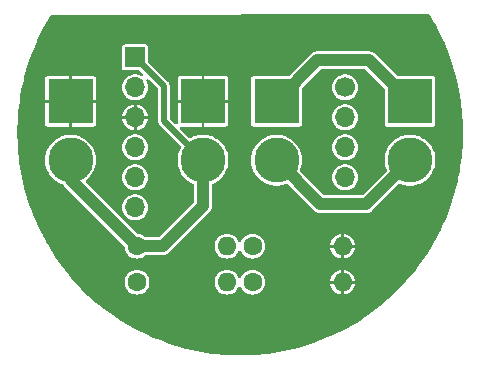
<source format=gbr>
%TF.GenerationSoftware,KiCad,Pcbnew,(7.0.0)*%
%TF.CreationDate,2024-02-03T20:31:02+01:00*%
%TF.ProjectId,Helios_IMU_M,48656c69-6f73-45f4-994d-555f4d2e6b69,rev?*%
%TF.SameCoordinates,PX9058260PY5c4edc0*%
%TF.FileFunction,Copper,L2,Bot*%
%TF.FilePolarity,Positive*%
%FSLAX46Y46*%
G04 Gerber Fmt 4.6, Leading zero omitted, Abs format (unit mm)*
G04 Created by KiCad (PCBNEW (7.0.0)) date 2024-02-03 20:31:02*
%MOMM*%
%LPD*%
G01*
G04 APERTURE LIST*
%TA.AperFunction,ComponentPad*%
%ADD10R,3.800000X3.800000*%
%TD*%
%TA.AperFunction,ComponentPad*%
%ADD11C,3.800000*%
%TD*%
%TA.AperFunction,ComponentPad*%
%ADD12R,1.700000X1.700000*%
%TD*%
%TA.AperFunction,ComponentPad*%
%ADD13O,1.700000X1.700000*%
%TD*%
%TA.AperFunction,ComponentPad*%
%ADD14C,1.700000*%
%TD*%
%TA.AperFunction,ComponentPad*%
%ADD15C,1.600000*%
%TD*%
%TA.AperFunction,ComponentPad*%
%ADD16O,1.600000X1.600000*%
%TD*%
%TA.AperFunction,Conductor*%
%ADD17C,1.000000*%
%TD*%
%TA.AperFunction,Conductor*%
%ADD18C,0.500000*%
%TD*%
G04 APERTURE END LIST*
D10*
%TO.P,J4,1,Pin_1*%
%TO.N,SCL*%
X14378999Y2644999D03*
D11*
%TO.P,J4,2,Pin_2*%
%TO.N,SDA*%
X14379000Y-2355000D03*
%TD*%
D10*
%TO.P,J3,1,Pin_1*%
%TO.N,GND*%
X-14355999Y2644999D03*
D11*
%TO.P,J3,2,Pin_2*%
%TO.N,VCC*%
X-14356000Y-2355000D03*
%TD*%
D12*
%TO.P,IMU1,1,Vin*%
%TO.N,VCC*%
X-8889999Y6349999D03*
D13*
%TO.P,IMU1,2,3V3*%
%TO.N,unconnected-(IMU1-3V3-Pad2)*%
X-8889999Y3809999D03*
%TO.P,IMU1,3,GND*%
%TO.N,GND*%
X-8889999Y1269999D03*
%TO.P,IMU1,4,SDA*%
%TO.N,SDA_OUT*%
X-8889999Y-1269999D03*
%TO.P,IMU1,5,SCL*%
%TO.N,SCL_OUT*%
X-8889999Y-3809999D03*
%TO.P,IMU1,6,RST*%
%TO.N,unconnected-(IMU1-RST-Pad6)*%
X-8889999Y-6349999D03*
%TO.P,IMU1,7,ADR*%
%TO.N,unconnected-(IMU1-ADR-Pad7)*%
X8889999Y-3809999D03*
%TO.P,IMU1,8,INT*%
%TO.N,unconnected-(IMU1-INT-Pad8)*%
X8889999Y-1269999D03*
%TO.P,IMU1,9,PS1*%
%TO.N,unconnected-(IMU1-PS1-Pad9)*%
X8889999Y1269999D03*
D14*
%TO.P,IMU1,10,PS0*%
%TO.N,unconnected-(IMU1-PS0-Pad10)*%
X8890000Y3810000D03*
%TD*%
D10*
%TO.P,J1,1,Pin_1*%
%TO.N,GND*%
X-3146999Y2644999D03*
D11*
%TO.P,J1,2,Pin_2*%
%TO.N,VCC*%
X-3147000Y-2355000D03*
%TD*%
D15*
%TO.P,RHT,1*%
%TO.N,VCC*%
X-8735000Y-9634000D03*
D16*
%TO.P,RHT,2*%
%TO.N,XORH*%
X-1114999Y-9633999D03*
%TD*%
D10*
%TO.P,J2,1,Pin_1*%
%TO.N,SCL*%
X3075999Y2644999D03*
D11*
%TO.P,J2,2,Pin_2*%
%TO.N,SDA*%
X3076000Y-2355000D03*
%TD*%
D15*
%TO.P,RHB,1*%
%TO.N,XORH*%
X1044000Y-9634000D03*
D16*
%TO.P,RHB,2*%
%TO.N,GND*%
X8663999Y-9633999D03*
%TD*%
D15*
%TO.P,RLB,1*%
%TO.N,XORL*%
X1044000Y-12682000D03*
D16*
%TO.P,RLB,2*%
%TO.N,GND*%
X8663999Y-12681999D03*
%TD*%
D15*
%TO.P,RLT,1*%
%TO.N,VCC*%
X-8735000Y-12682000D03*
D16*
%TO.P,RLT,2*%
%TO.N,XORL*%
X-1114999Y-12681999D03*
%TD*%
D17*
%TO.N,VCC*%
X-8735000Y-9634000D02*
X-6576000Y-9634000D01*
D18*
X-8890000Y6350000D02*
X-6449000Y3909000D01*
X-6449000Y947000D02*
X-3147000Y-2355000D01*
D17*
X-14356000Y-4013000D02*
X-8735000Y-9634000D01*
X-14356000Y-2355000D02*
X-14356000Y-4013000D01*
X-3147000Y-6205000D02*
X-3147000Y-2355000D01*
D18*
X-6449000Y3909000D02*
X-6449000Y947000D01*
D17*
X-6576000Y-9634000D02*
X-3147000Y-6205000D01*
%TO.N,SDA*%
X10656000Y-6078000D02*
X6799000Y-6078000D01*
X6799000Y-6078000D02*
X3076000Y-2355000D01*
X14379000Y-2355000D02*
X10656000Y-6078000D01*
%TO.N,SCL*%
X6545000Y6114000D02*
X3076000Y2645000D01*
X14379000Y2645000D02*
X10910000Y6114000D01*
X10910000Y6114000D02*
X6545000Y6114000D01*
%TD*%
%TA.AperFunction,Conductor*%
%TO.N,GND*%
G36*
X15990208Y9988358D02*
G01*
X16035520Y9943900D01*
X16439096Y9264568D01*
X16441880Y9259626D01*
X16453171Y9238472D01*
X16845967Y8502522D01*
X16848525Y8497454D01*
X17173970Y7814122D01*
X17174036Y7813983D01*
X17218712Y7719876D01*
X17220969Y7714835D01*
X17480388Y7099005D01*
X17480471Y7098806D01*
X17555682Y6919392D01*
X17557682Y6914310D01*
X17771255Y6334455D01*
X17771304Y6334178D01*
X17771351Y6334194D01*
X17855450Y6104279D01*
X17857194Y6099169D01*
X18034458Y5540243D01*
X18034560Y5539919D01*
X18117395Y5276229D01*
X18118885Y5271103D01*
X18264670Y4726003D01*
X18264773Y4725615D01*
X18340955Y4437026D01*
X18342193Y4431898D01*
X18459469Y3896253D01*
X18459567Y3895801D01*
X18525664Y3588425D01*
X18526653Y3583305D01*
X18617257Y3054707D01*
X18621331Y3030326D01*
X18671128Y2732225D01*
X18671871Y2727127D01*
X18736958Y2204799D01*
X18737029Y2204217D01*
X18777042Y1870247D01*
X18777544Y1865181D01*
X18818037Y1348298D01*
X18818086Y1347651D01*
X18843179Y1004306D01*
X18843444Y999284D01*
X18860031Y487427D01*
X18860052Y486718D01*
X18869400Y136279D01*
X18869433Y131311D01*
X18862646Y-375457D01*
X18862633Y-376228D01*
X18855653Y-732066D01*
X18855460Y-736968D01*
X18825761Y-1238198D01*
X18825709Y-1239029D01*
X18801963Y-1598867D01*
X18801549Y-1603694D01*
X18749369Y-2098969D01*
X18749273Y-2099859D01*
X18708450Y-2462224D01*
X18707823Y-2466965D01*
X18633490Y-2956305D01*
X18633342Y-2957250D01*
X18575316Y-3320343D01*
X18574483Y-3324990D01*
X18478406Y-3807518D01*
X18478203Y-3808515D01*
X18402833Y-4171457D01*
X18401800Y-4176000D01*
X18284359Y-4651114D01*
X18284095Y-4652162D01*
X18191378Y-5013707D01*
X18190154Y-5018138D01*
X18051745Y-5485166D01*
X18051415Y-5486259D01*
X17941387Y-5845352D01*
X17939980Y-5849664D01*
X17781051Y-6307817D01*
X17780651Y-6308952D01*
X17653391Y-6664624D01*
X17651808Y-6668808D01*
X17472768Y-7117472D01*
X17472293Y-7118645D01*
X17328017Y-7469744D01*
X17326267Y-7473795D01*
X17127549Y-7912313D01*
X17126995Y-7913518D01*
X16965952Y-8259016D01*
X16964045Y-8262927D01*
X16746120Y-8690603D01*
X16745483Y-8691836D01*
X16567962Y-9030784D01*
X16565907Y-9034549D01*
X16329299Y-9450633D01*
X16328575Y-9451889D01*
X16134863Y-9783456D01*
X16132668Y-9787069D01*
X15877941Y-10190814D01*
X15877127Y-10192088D01*
X15667616Y-10515362D01*
X15665292Y-10518819D01*
X15392933Y-10909648D01*
X15392025Y-10910933D01*
X15167189Y-11224996D01*
X15164745Y-11228293D01*
X14875417Y-11605420D01*
X14874414Y-11606711D01*
X14634660Y-11910831D01*
X14632106Y-11913964D01*
X14326339Y-12276837D01*
X14325236Y-12278127D01*
X14071124Y-12571454D01*
X14068470Y-12574420D01*
X13747006Y-12922279D01*
X13745803Y-12923563D01*
X13477815Y-13205425D01*
X13475071Y-13208221D01*
X13138557Y-13540472D01*
X13137252Y-13541742D01*
X12855953Y-13811437D01*
X12853127Y-13814063D01*
X12502225Y-14130142D01*
X12500818Y-14131390D01*
X12206906Y-14388163D01*
X12204009Y-14390616D01*
X11839449Y-14689941D01*
X11837937Y-14691163D01*
X11532008Y-14934420D01*
X11529052Y-14936700D01*
X11151640Y-15218677D01*
X11150023Y-15219864D01*
X10832658Y-15449073D01*
X10829650Y-15451179D01*
X10440152Y-15715296D01*
X10438431Y-15716442D01*
X10110429Y-15930965D01*
X10107380Y-15932896D01*
X9706630Y-16178647D01*
X9704805Y-16179745D01*
X9366770Y-16379133D01*
X9363688Y-16380892D01*
X8952455Y-16607851D01*
X8950528Y-16608892D01*
X8603297Y-16792602D01*
X8600192Y-16794189D01*
X8179363Y-17001910D01*
X8177335Y-17002889D01*
X7821656Y-17170488D01*
X7818538Y-17171905D01*
X7388877Y-17360044D01*
X7386748Y-17360952D01*
X7023400Y-17512037D01*
X7020277Y-17513286D01*
X6582817Y-17681422D01*
X6580592Y-17682253D01*
X6210343Y-17816474D01*
X6207224Y-17817558D01*
X5762751Y-17965421D01*
X5760430Y-17966168D01*
X5384116Y-18083190D01*
X5381011Y-18084111D01*
X4930472Y-18211409D01*
X4928060Y-18212065D01*
X4546575Y-18311594D01*
X4543489Y-18312357D01*
X4087664Y-18418883D01*
X4085165Y-18419440D01*
X3699387Y-18501232D01*
X3696330Y-18501840D01*
X3236248Y-18587364D01*
X3233665Y-18587816D01*
X2844363Y-18651697D01*
X2841342Y-18652154D01*
X2377976Y-18716510D01*
X2375313Y-18716851D01*
X1983344Y-18762665D01*
X1980368Y-18762976D01*
X1514658Y-18806045D01*
X1511921Y-18806268D01*
X1118143Y-18833906D01*
X1115216Y-18834076D01*
X648101Y-18855780D01*
X645295Y-18855879D01*
X250620Y-18865268D01*
X247751Y-18865303D01*
X-219852Y-18865605D01*
X-222722Y-18865574D01*
X-617399Y-18856692D01*
X-620205Y-18856597D01*
X-1087412Y-18835491D01*
X-1090338Y-18835324D01*
X-1484071Y-18808199D01*
X-1486809Y-18807980D01*
X-1952642Y-18765505D01*
X-1955619Y-18765197D01*
X-2347607Y-18719892D01*
X-2350270Y-18719555D01*
X-2813750Y-18655791D01*
X-2816771Y-18655337D01*
X-3206125Y-18591962D01*
X-3208709Y-18591514D01*
X-3668877Y-18506586D01*
X-3671934Y-18505982D01*
X-4057889Y-18424672D01*
X-4060390Y-18424118D01*
X-4516294Y-18318193D01*
X-4519380Y-18317434D01*
X-4900957Y-18218405D01*
X-4903370Y-18217753D01*
X-5354186Y-18091004D01*
X-5357293Y-18090086D01*
X-5733671Y-17973573D01*
X-5735992Y-17972829D01*
X-6180651Y-17825540D01*
X-6183771Y-17824461D01*
X-6554243Y-17690699D01*
X-6556470Y-17689870D01*
X-6994136Y-17522301D01*
X-6997261Y-17521056D01*
X-7360804Y-17370438D01*
X-7362933Y-17369533D01*
X-7792792Y-17181966D01*
X-7795912Y-17180553D01*
X-8151851Y-17013392D01*
X-8153881Y-17012416D01*
X-8574953Y-16805249D01*
X-8578059Y-16803666D01*
X-8925580Y-16620376D01*
X-8927510Y-16619336D01*
X-9338995Y-16392926D01*
X-9342078Y-16391172D01*
X-9680336Y-16192241D01*
X-9682093Y-16191188D01*
X-9898058Y-16059135D01*
X-10083228Y-15945911D01*
X-10086280Y-15943983D01*
X-10414651Y-15729822D01*
X-10416373Y-15728678D01*
X-10806157Y-15465097D01*
X-10809167Y-15462996D01*
X-11031772Y-15302662D01*
X-11126885Y-15234155D01*
X-11128362Y-15233072D01*
X-11506215Y-14951525D01*
X-11509133Y-14949281D01*
X-11815443Y-14706363D01*
X-11816956Y-14705144D01*
X-12181878Y-14406308D01*
X-12184737Y-14403893D01*
X-12479084Y-14147408D01*
X-12480418Y-14146227D01*
X-12831755Y-13830574D01*
X-12834583Y-13827952D01*
X-12849107Y-13814063D01*
X-13116133Y-13558710D01*
X-13117428Y-13557455D01*
X-13119515Y-13555400D01*
X-13454482Y-13225527D01*
X-13457216Y-13222747D01*
X-13471063Y-13208221D01*
X-13582673Y-13091134D01*
X-13725512Y-12941285D01*
X-13726716Y-12940004D01*
X-13965761Y-12682000D01*
X-9790583Y-12682000D01*
X-9789986Y-12688061D01*
X-9770898Y-12881869D01*
X-9770897Y-12881875D01*
X-9770300Y-12887934D01*
X-9768533Y-12893759D01*
X-9768532Y-12893764D01*
X-9721875Y-13047572D01*
X-9710232Y-13085954D01*
X-9707362Y-13091323D01*
X-9707360Y-13091328D01*
X-9637114Y-13222747D01*
X-9612685Y-13268450D01*
X-9481410Y-13428410D01*
X-9321450Y-13559685D01*
X-9138954Y-13657232D01*
X-8940934Y-13717300D01*
X-8735000Y-13737583D01*
X-8529066Y-13717300D01*
X-8331046Y-13657232D01*
X-8148550Y-13559685D01*
X-7988590Y-13428410D01*
X-7857315Y-13268450D01*
X-7759768Y-13085954D01*
X-7699700Y-12887934D01*
X-7679417Y-12682000D01*
X-2170583Y-12682000D01*
X-2169986Y-12688061D01*
X-2150898Y-12881869D01*
X-2150897Y-12881875D01*
X-2150300Y-12887934D01*
X-2148533Y-12893759D01*
X-2148532Y-12893764D01*
X-2101875Y-13047572D01*
X-2090232Y-13085954D01*
X-2087362Y-13091323D01*
X-2087360Y-13091328D01*
X-2017114Y-13222747D01*
X-1992685Y-13268450D01*
X-1861410Y-13428410D01*
X-1701450Y-13559685D01*
X-1518954Y-13657232D01*
X-1320934Y-13717300D01*
X-1115000Y-13737583D01*
X-909066Y-13717300D01*
X-711046Y-13657232D01*
X-528550Y-13559685D01*
X-368590Y-13428410D01*
X-237315Y-13268450D01*
X-144859Y-13095477D01*
X-99249Y-13047572D01*
X-35500Y-13029930D01*
X28249Y-13047572D01*
X73858Y-13095477D01*
X163441Y-13263075D01*
X163444Y-13263079D01*
X166315Y-13268450D01*
X297590Y-13428410D01*
X457550Y-13559685D01*
X640046Y-13657232D01*
X838066Y-13717300D01*
X1044000Y-13737583D01*
X1249934Y-13717300D01*
X1447954Y-13657232D01*
X1630450Y-13559685D01*
X1790410Y-13428410D01*
X1921685Y-13268450D01*
X2019232Y-13085954D01*
X2079300Y-12887934D01*
X2085570Y-12824275D01*
X7622931Y-12824275D01*
X7628595Y-12881780D01*
X7630958Y-12893658D01*
X7687464Y-13079934D01*
X7692103Y-13091134D01*
X7783857Y-13262795D01*
X7790599Y-13272884D01*
X7914082Y-13423348D01*
X7922651Y-13431917D01*
X8073115Y-13555400D01*
X8083204Y-13562142D01*
X8254865Y-13653896D01*
X8266065Y-13658535D01*
X8452341Y-13715041D01*
X8464219Y-13717404D01*
X8521724Y-13723068D01*
X8535230Y-13720610D01*
X8539000Y-13707411D01*
X8789000Y-13707411D01*
X8792769Y-13720610D01*
X8806275Y-13723068D01*
X8863780Y-13717404D01*
X8875658Y-13715041D01*
X9061934Y-13658535D01*
X9073134Y-13653896D01*
X9244795Y-13562142D01*
X9254884Y-13555400D01*
X9405348Y-13431917D01*
X9413917Y-13423348D01*
X9537400Y-13272884D01*
X9544142Y-13262795D01*
X9635896Y-13091134D01*
X9640535Y-13079934D01*
X9697041Y-12893658D01*
X9699404Y-12881780D01*
X9705068Y-12824275D01*
X9702610Y-12810769D01*
X9689411Y-12807000D01*
X8805326Y-12807000D01*
X8792450Y-12810450D01*
X8789000Y-12823326D01*
X8789000Y-13707411D01*
X8539000Y-13707411D01*
X8539000Y-12823326D01*
X8535549Y-12810450D01*
X8522674Y-12807000D01*
X7638589Y-12807000D01*
X7625389Y-12810769D01*
X7622931Y-12824275D01*
X2085570Y-12824275D01*
X2099583Y-12682000D01*
X2085570Y-12539724D01*
X7622931Y-12539724D01*
X7625389Y-12553230D01*
X7638589Y-12557000D01*
X8522674Y-12557000D01*
X8535549Y-12553549D01*
X8539000Y-12540674D01*
X8789000Y-12540674D01*
X8792450Y-12553549D01*
X8805326Y-12557000D01*
X9689411Y-12557000D01*
X9702610Y-12553230D01*
X9705068Y-12539724D01*
X9699404Y-12482219D01*
X9697041Y-12470341D01*
X9640535Y-12284065D01*
X9635896Y-12272865D01*
X9544142Y-12101204D01*
X9537400Y-12091115D01*
X9413917Y-11940651D01*
X9405348Y-11932082D01*
X9254884Y-11808599D01*
X9244795Y-11801857D01*
X9073134Y-11710103D01*
X9061934Y-11705464D01*
X8875658Y-11648958D01*
X8863780Y-11646595D01*
X8806275Y-11640931D01*
X8792769Y-11643389D01*
X8789000Y-11656589D01*
X8789000Y-12540674D01*
X8539000Y-12540674D01*
X8539000Y-11656589D01*
X8535230Y-11643389D01*
X8521724Y-11640931D01*
X8464219Y-11646595D01*
X8452341Y-11648958D01*
X8266065Y-11705464D01*
X8254865Y-11710103D01*
X8083204Y-11801857D01*
X8073115Y-11808599D01*
X7922651Y-11932082D01*
X7914082Y-11940651D01*
X7790599Y-12091115D01*
X7783857Y-12101204D01*
X7692103Y-12272865D01*
X7687464Y-12284065D01*
X7630958Y-12470341D01*
X7628595Y-12482219D01*
X7622931Y-12539724D01*
X2085570Y-12539724D01*
X2079300Y-12476066D01*
X2019232Y-12278046D01*
X1921685Y-12095550D01*
X1790410Y-11935590D01*
X1783174Y-11929652D01*
X1635157Y-11808178D01*
X1630450Y-11804315D01*
X1625079Y-11801444D01*
X1453328Y-11709640D01*
X1453323Y-11709638D01*
X1447954Y-11706768D01*
X1411356Y-11695666D01*
X1255764Y-11648468D01*
X1255759Y-11648467D01*
X1249934Y-11646700D01*
X1243875Y-11646103D01*
X1243869Y-11646102D01*
X1050061Y-11627014D01*
X1044000Y-11626417D01*
X1037939Y-11627014D01*
X844130Y-11646102D01*
X844122Y-11646103D01*
X838066Y-11646700D01*
X832242Y-11648466D01*
X832235Y-11648468D01*
X645877Y-11704999D01*
X645875Y-11704999D01*
X640046Y-11706768D01*
X634679Y-11709636D01*
X634671Y-11709640D01*
X462920Y-11801444D01*
X462915Y-11801447D01*
X457550Y-11804315D01*
X452846Y-11808174D01*
X452842Y-11808178D01*
X302296Y-11931727D01*
X302290Y-11931732D01*
X297590Y-11935590D01*
X293732Y-11940290D01*
X293727Y-11940296D01*
X170178Y-12090842D01*
X170174Y-12090846D01*
X166315Y-12095550D01*
X163447Y-12100915D01*
X163444Y-12100920D01*
X73858Y-12268523D01*
X28248Y-12316427D01*
X-35500Y-12334069D01*
X-99248Y-12316427D01*
X-144858Y-12268523D01*
X-234445Y-12100920D01*
X-237315Y-12095550D01*
X-368590Y-11935590D01*
X-375826Y-11929652D01*
X-523843Y-11808178D01*
X-528550Y-11804315D01*
X-533921Y-11801444D01*
X-705672Y-11709640D01*
X-705677Y-11709638D01*
X-711046Y-11706768D01*
X-747644Y-11695666D01*
X-903236Y-11648468D01*
X-903241Y-11648467D01*
X-909066Y-11646700D01*
X-915125Y-11646103D01*
X-915131Y-11646102D01*
X-1108939Y-11627014D01*
X-1115000Y-11626417D01*
X-1121061Y-11627014D01*
X-1314870Y-11646102D01*
X-1314878Y-11646103D01*
X-1320934Y-11646700D01*
X-1326758Y-11648466D01*
X-1326765Y-11648468D01*
X-1513123Y-11704999D01*
X-1513125Y-11704999D01*
X-1518954Y-11706768D01*
X-1524321Y-11709636D01*
X-1524329Y-11709640D01*
X-1696080Y-11801444D01*
X-1696085Y-11801447D01*
X-1701450Y-11804315D01*
X-1706154Y-11808174D01*
X-1706158Y-11808178D01*
X-1856704Y-11931727D01*
X-1856710Y-11931732D01*
X-1861410Y-11935590D01*
X-1865268Y-11940290D01*
X-1865273Y-11940296D01*
X-1988822Y-12090842D01*
X-1988826Y-12090846D01*
X-1992685Y-12095550D01*
X-1995553Y-12100915D01*
X-1995556Y-12100920D01*
X-2087360Y-12272671D01*
X-2087364Y-12272679D01*
X-2090232Y-12278046D01*
X-2092001Y-12283875D01*
X-2092001Y-12283877D01*
X-2148532Y-12470235D01*
X-2148534Y-12470242D01*
X-2150300Y-12476066D01*
X-2150897Y-12482122D01*
X-2150898Y-12482130D01*
X-2169110Y-12667040D01*
X-2170583Y-12682000D01*
X-7679417Y-12682000D01*
X-7699700Y-12476066D01*
X-7759768Y-12278046D01*
X-7857315Y-12095550D01*
X-7988590Y-11935590D01*
X-7995826Y-11929652D01*
X-8143843Y-11808178D01*
X-8148550Y-11804315D01*
X-8153921Y-11801444D01*
X-8325672Y-11709640D01*
X-8325677Y-11709638D01*
X-8331046Y-11706768D01*
X-8367644Y-11695666D01*
X-8523236Y-11648468D01*
X-8523241Y-11648467D01*
X-8529066Y-11646700D01*
X-8535125Y-11646103D01*
X-8535131Y-11646102D01*
X-8728939Y-11627014D01*
X-8735000Y-11626417D01*
X-8741061Y-11627014D01*
X-8934870Y-11646102D01*
X-8934878Y-11646103D01*
X-8940934Y-11646700D01*
X-8946758Y-11648466D01*
X-8946765Y-11648468D01*
X-9133123Y-11704999D01*
X-9133125Y-11704999D01*
X-9138954Y-11706768D01*
X-9144321Y-11709636D01*
X-9144329Y-11709640D01*
X-9316080Y-11801444D01*
X-9316085Y-11801447D01*
X-9321450Y-11804315D01*
X-9326154Y-11808174D01*
X-9326158Y-11808178D01*
X-9476704Y-11931727D01*
X-9476710Y-11931732D01*
X-9481410Y-11935590D01*
X-9485268Y-11940290D01*
X-9485273Y-11940296D01*
X-9608822Y-12090842D01*
X-9608826Y-12090846D01*
X-9612685Y-12095550D01*
X-9615553Y-12100915D01*
X-9615556Y-12100920D01*
X-9707360Y-12272671D01*
X-9707364Y-12272679D01*
X-9710232Y-12278046D01*
X-9712001Y-12283875D01*
X-9712001Y-12283877D01*
X-9768532Y-12470235D01*
X-9768534Y-12470242D01*
X-9770300Y-12476066D01*
X-9770897Y-12482122D01*
X-9770898Y-12482130D01*
X-9789110Y-12667040D01*
X-9790583Y-12682000D01*
X-13965761Y-12682000D01*
X-14048671Y-12592515D01*
X-14051330Y-12589552D01*
X-14093784Y-12540674D01*
X-14305841Y-12296526D01*
X-14306945Y-12295237D01*
X-14606811Y-11940296D01*
X-14613168Y-11932771D01*
X-14615717Y-11929652D01*
X-14711403Y-11808599D01*
X-14837977Y-11648468D01*
X-14855837Y-11625873D01*
X-14856842Y-11624584D01*
X-15146677Y-11247802D01*
X-15149125Y-11244508D01*
X-15160765Y-11228293D01*
X-15374396Y-10930693D01*
X-15375280Y-10929445D01*
X-15389114Y-10909648D01*
X-15648165Y-10538933D01*
X-15650451Y-10535541D01*
X-15860404Y-10212496D01*
X-15861145Y-10211339D01*
X-16116468Y-9807801D01*
X-16118664Y-9804196D01*
X-16130817Y-9783456D01*
X-16312819Y-9472852D01*
X-16313449Y-9471762D01*
X-16550667Y-9055851D01*
X-16552714Y-9052112D01*
X-16706092Y-8760177D01*
X-16730682Y-8713374D01*
X-16731276Y-8712229D01*
X-16949810Y-8284719D01*
X-16951688Y-8280881D01*
X-17113251Y-7935429D01*
X-17113726Y-7934398D01*
X-17313038Y-7496071D01*
X-17314784Y-7492042D01*
X-17459548Y-7141042D01*
X-17459956Y-7140038D01*
X-17639620Y-6691491D01*
X-17641185Y-6687369D01*
X-17768980Y-6331646D01*
X-17769246Y-6330894D01*
X-17928830Y-5872756D01*
X-17930228Y-5868496D01*
X-18040777Y-5509353D01*
X-18041101Y-5508280D01*
X-18047658Y-5486259D01*
X-18180083Y-5041526D01*
X-18181285Y-5037200D01*
X-18274575Y-4675356D01*
X-18274710Y-4674825D01*
X-18392814Y-4199656D01*
X-18393832Y-4195204D01*
X-18469768Y-3831884D01*
X-18469854Y-3831465D01*
X-18566590Y-3348867D01*
X-18567408Y-3344345D01*
X-18625971Y-2980891D01*
X-18626026Y-2980545D01*
X-18701045Y-2490945D01*
X-18701657Y-2486356D01*
X-18716626Y-2355000D01*
X-16511525Y-2355000D01*
X-16491448Y-2648511D01*
X-16490587Y-2652658D01*
X-16490585Y-2652667D01*
X-16432456Y-2932397D01*
X-16431592Y-2936554D01*
X-16430174Y-2940546D01*
X-16430171Y-2940554D01*
X-16334493Y-3209767D01*
X-16333072Y-3213764D01*
X-16331125Y-3217522D01*
X-16331123Y-3217526D01*
X-16228142Y-3416268D01*
X-16197722Y-3474976D01*
X-16195276Y-3478441D01*
X-16030510Y-3711863D01*
X-16030506Y-3711868D01*
X-16028065Y-3715326D01*
X-15827260Y-3930335D01*
X-15599049Y-4115999D01*
X-15347682Y-4268859D01*
X-15343797Y-4270546D01*
X-15343796Y-4270547D01*
X-15081728Y-4384379D01*
X-15081724Y-4384380D01*
X-15077841Y-4386067D01*
X-15039660Y-4396764D01*
X-14998506Y-4417124D01*
X-14967580Y-4451067D01*
X-14948712Y-4481656D01*
X-14943607Y-4486761D01*
X-14941458Y-4489479D01*
X-14941261Y-4489752D01*
X-14941027Y-4490007D01*
X-14938798Y-4492663D01*
X-14934830Y-4498696D01*
X-14929577Y-4503652D01*
X-14929576Y-4503653D01*
X-14880291Y-4550151D01*
X-14877704Y-4552664D01*
X-9821326Y-9609042D01*
X-9796913Y-9643706D01*
X-9785604Y-9684567D01*
X-9770897Y-9833878D01*
X-9770300Y-9839934D01*
X-9710232Y-10037954D01*
X-9707362Y-10043323D01*
X-9707360Y-10043328D01*
X-9646610Y-10156981D01*
X-9612685Y-10220450D01*
X-9608822Y-10225157D01*
X-9536719Y-10313016D01*
X-9481410Y-10380410D01*
X-9321450Y-10511685D01*
X-9138954Y-10609232D01*
X-8940934Y-10669300D01*
X-8735000Y-10689583D01*
X-8529066Y-10669300D01*
X-8331046Y-10609232D01*
X-8148550Y-10511685D01*
X-8027871Y-10412646D01*
X-7990980Y-10391748D01*
X-7949206Y-10384500D01*
X-6639707Y-10384500D01*
X-6621736Y-10385809D01*
X-6617840Y-10386379D01*
X-6597977Y-10389289D01*
X-6548632Y-10384972D01*
X-6537824Y-10384500D01*
X-6535900Y-10384500D01*
X-6532291Y-10384500D01*
X-6501450Y-10380894D01*
X-6497969Y-10380539D01*
X-6423203Y-10373999D01*
X-6416347Y-10371726D01*
X-6412957Y-10371027D01*
X-6412625Y-10370973D01*
X-6412272Y-10370873D01*
X-6408929Y-10370080D01*
X-6401745Y-10369241D01*
X-6331240Y-10343579D01*
X-6327882Y-10342412D01*
X-6256666Y-10318814D01*
X-6250514Y-10315018D01*
X-6247393Y-10313564D01*
X-6247071Y-10313430D01*
X-6246762Y-10313258D01*
X-6243685Y-10311712D01*
X-6236883Y-10309237D01*
X-6174163Y-10267984D01*
X-6171268Y-10266140D01*
X-6107344Y-10226712D01*
X-6102237Y-10221603D01*
X-6099524Y-10219459D01*
X-6099242Y-10219254D01*
X-6098971Y-10219007D01*
X-6096342Y-10216800D01*
X-6090304Y-10212830D01*
X-6038814Y-10158252D01*
X-6036369Y-10155735D01*
X-5514634Y-9634000D01*
X-2170583Y-9634000D01*
X-2169986Y-9640061D01*
X-2150898Y-9833869D01*
X-2150897Y-9833875D01*
X-2150300Y-9839934D01*
X-2148534Y-9845756D01*
X-2148532Y-9845764D01*
X-2101875Y-9999572D01*
X-2090232Y-10037954D01*
X-2087362Y-10043323D01*
X-2087360Y-10043328D01*
X-2026610Y-10156981D01*
X-1992685Y-10220450D01*
X-1988822Y-10225157D01*
X-1916719Y-10313016D01*
X-1861410Y-10380410D01*
X-1701450Y-10511685D01*
X-1518954Y-10609232D01*
X-1320934Y-10669300D01*
X-1115000Y-10689583D01*
X-909066Y-10669300D01*
X-711046Y-10609232D01*
X-528550Y-10511685D01*
X-368590Y-10380410D01*
X-237315Y-10220450D01*
X-169378Y-10093350D01*
X-144858Y-10047477D01*
X-99249Y-9999572D01*
X-35500Y-9981930D01*
X28249Y-9999572D01*
X73858Y-10047477D01*
X163441Y-10215075D01*
X163444Y-10215079D01*
X166315Y-10220450D01*
X170178Y-10225157D01*
X242281Y-10313016D01*
X297590Y-10380410D01*
X457550Y-10511685D01*
X640046Y-10609232D01*
X838066Y-10669300D01*
X1044000Y-10689583D01*
X1249934Y-10669300D01*
X1447954Y-10609232D01*
X1630450Y-10511685D01*
X1790410Y-10380410D01*
X1921685Y-10220450D01*
X2019232Y-10037954D01*
X2079300Y-9839934D01*
X2085570Y-9776275D01*
X7622931Y-9776275D01*
X7628595Y-9833780D01*
X7630958Y-9845658D01*
X7687464Y-10031934D01*
X7692103Y-10043134D01*
X7783857Y-10214795D01*
X7790599Y-10224884D01*
X7914082Y-10375348D01*
X7922651Y-10383917D01*
X8073115Y-10507400D01*
X8083204Y-10514142D01*
X8254865Y-10605896D01*
X8266065Y-10610535D01*
X8452341Y-10667041D01*
X8464219Y-10669404D01*
X8521724Y-10675068D01*
X8535230Y-10672610D01*
X8539000Y-10659411D01*
X8789000Y-10659411D01*
X8792769Y-10672610D01*
X8806275Y-10675068D01*
X8863780Y-10669404D01*
X8875658Y-10667041D01*
X9061934Y-10610535D01*
X9073134Y-10605896D01*
X9244795Y-10514142D01*
X9254884Y-10507400D01*
X9405348Y-10383917D01*
X9413917Y-10375348D01*
X9537400Y-10224884D01*
X9544142Y-10214795D01*
X9635896Y-10043134D01*
X9640535Y-10031934D01*
X9697041Y-9845658D01*
X9699404Y-9833780D01*
X9705068Y-9776275D01*
X9702610Y-9762769D01*
X9689411Y-9759000D01*
X8805326Y-9759000D01*
X8792450Y-9762450D01*
X8789000Y-9775326D01*
X8789000Y-10659411D01*
X8539000Y-10659411D01*
X8539000Y-9775326D01*
X8535549Y-9762450D01*
X8522674Y-9759000D01*
X7638589Y-9759000D01*
X7625389Y-9762769D01*
X7622931Y-9776275D01*
X2085570Y-9776275D01*
X2099583Y-9634000D01*
X2085570Y-9491724D01*
X7622931Y-9491724D01*
X7625389Y-9505230D01*
X7638589Y-9509000D01*
X8522674Y-9509000D01*
X8535549Y-9505549D01*
X8539000Y-9492674D01*
X8789000Y-9492674D01*
X8792450Y-9505549D01*
X8805326Y-9509000D01*
X9689411Y-9509000D01*
X9702610Y-9505230D01*
X9705068Y-9491724D01*
X9699404Y-9434219D01*
X9697041Y-9422341D01*
X9640535Y-9236065D01*
X9635896Y-9224865D01*
X9544142Y-9053204D01*
X9537400Y-9043115D01*
X9413917Y-8892651D01*
X9405348Y-8884082D01*
X9254884Y-8760599D01*
X9244795Y-8753857D01*
X9073134Y-8662103D01*
X9061934Y-8657464D01*
X8875658Y-8600958D01*
X8863780Y-8598595D01*
X8806275Y-8592931D01*
X8792769Y-8595389D01*
X8789000Y-8608589D01*
X8789000Y-9492674D01*
X8539000Y-9492674D01*
X8539000Y-8608589D01*
X8535230Y-8595389D01*
X8521724Y-8592931D01*
X8464219Y-8598595D01*
X8452341Y-8600958D01*
X8266065Y-8657464D01*
X8254865Y-8662103D01*
X8083204Y-8753857D01*
X8073115Y-8760599D01*
X7922651Y-8884082D01*
X7914082Y-8892651D01*
X7790599Y-9043115D01*
X7783857Y-9053204D01*
X7692103Y-9224865D01*
X7687464Y-9236065D01*
X7630958Y-9422341D01*
X7628595Y-9434219D01*
X7622931Y-9491724D01*
X2085570Y-9491724D01*
X2079300Y-9428066D01*
X2019232Y-9230046D01*
X1921685Y-9047550D01*
X1790410Y-8887590D01*
X1630450Y-8756315D01*
X1547822Y-8712149D01*
X1453328Y-8661640D01*
X1453323Y-8661638D01*
X1447954Y-8658768D01*
X1411356Y-8647666D01*
X1255764Y-8600468D01*
X1255759Y-8600467D01*
X1249934Y-8598700D01*
X1243875Y-8598103D01*
X1243869Y-8598102D01*
X1060253Y-8580017D01*
X1044000Y-8578417D01*
X1029040Y-8579890D01*
X844130Y-8598102D01*
X844122Y-8598103D01*
X838066Y-8598700D01*
X832242Y-8600466D01*
X832235Y-8600468D01*
X645877Y-8656999D01*
X645875Y-8656999D01*
X640046Y-8658768D01*
X634679Y-8661636D01*
X634671Y-8661640D01*
X462920Y-8753444D01*
X462919Y-8753445D01*
X457550Y-8756315D01*
X452846Y-8760174D01*
X452842Y-8760178D01*
X302296Y-8883727D01*
X302290Y-8883732D01*
X297590Y-8887590D01*
X293732Y-8892290D01*
X293727Y-8892296D01*
X170178Y-9042842D01*
X170174Y-9042846D01*
X166315Y-9047550D01*
X163447Y-9052915D01*
X163444Y-9052920D01*
X73858Y-9220523D01*
X28248Y-9268427D01*
X-35500Y-9286069D01*
X-99248Y-9268427D01*
X-144858Y-9220523D01*
X-234445Y-9052920D01*
X-237315Y-9047550D01*
X-368590Y-8887590D01*
X-528550Y-8756315D01*
X-611178Y-8712149D01*
X-705672Y-8661640D01*
X-705677Y-8661638D01*
X-711046Y-8658768D01*
X-747644Y-8647666D01*
X-903236Y-8600468D01*
X-903241Y-8600467D01*
X-909066Y-8598700D01*
X-915125Y-8598103D01*
X-915131Y-8598102D01*
X-1098747Y-8580017D01*
X-1115000Y-8578417D01*
X-1129960Y-8579890D01*
X-1314870Y-8598102D01*
X-1314878Y-8598103D01*
X-1320934Y-8598700D01*
X-1326758Y-8600466D01*
X-1326765Y-8600468D01*
X-1513123Y-8656999D01*
X-1513125Y-8656999D01*
X-1518954Y-8658768D01*
X-1524321Y-8661636D01*
X-1524329Y-8661640D01*
X-1696080Y-8753444D01*
X-1696081Y-8753445D01*
X-1701450Y-8756315D01*
X-1706154Y-8760174D01*
X-1706158Y-8760178D01*
X-1856704Y-8883727D01*
X-1856710Y-8883732D01*
X-1861410Y-8887590D01*
X-1865268Y-8892290D01*
X-1865273Y-8892296D01*
X-1988822Y-9042842D01*
X-1988826Y-9042846D01*
X-1992685Y-9047550D01*
X-1995553Y-9052915D01*
X-1995556Y-9052920D01*
X-2087360Y-9224671D01*
X-2087364Y-9224679D01*
X-2090232Y-9230046D01*
X-2092001Y-9235875D01*
X-2092001Y-9235877D01*
X-2148532Y-9422235D01*
X-2148534Y-9422242D01*
X-2150300Y-9428066D01*
X-2150897Y-9434122D01*
X-2150898Y-9434130D01*
X-2168125Y-9609042D01*
X-2170583Y-9634000D01*
X-5514634Y-9634000D01*
X-2661362Y-6780727D01*
X-2647738Y-6768953D01*
X-2628470Y-6754610D01*
X-2596628Y-6716661D01*
X-2589314Y-6708681D01*
X-2588733Y-6708099D01*
X-2585410Y-6704777D01*
X-2566164Y-6680433D01*
X-2563942Y-6677706D01*
X-2515698Y-6620214D01*
X-2512453Y-6613751D01*
X-2510560Y-6610874D01*
X-2510356Y-6610591D01*
X-2510179Y-6610274D01*
X-2508377Y-6607352D01*
X-2503889Y-6601677D01*
X-2472184Y-6533682D01*
X-2470645Y-6530502D01*
X-2436960Y-6463433D01*
X-2435294Y-6456398D01*
X-2434119Y-6453172D01*
X-2433980Y-6452836D01*
X-2433882Y-6452491D01*
X-2432800Y-6449224D01*
X-2429744Y-6442673D01*
X-2414566Y-6369157D01*
X-2413814Y-6365768D01*
X-2396500Y-6292721D01*
X-2396500Y-6285490D01*
X-2396098Y-6282051D01*
X-2396044Y-6281714D01*
X-2396028Y-6281360D01*
X-2395729Y-6277933D01*
X-2394267Y-6270856D01*
X-2396448Y-6195889D01*
X-2396500Y-6192283D01*
X-2396500Y-4454951D01*
X-2387329Y-4408151D01*
X-2361174Y-4368274D01*
X-2321902Y-4341217D01*
X-2252357Y-4311009D01*
X-2155318Y-4268859D01*
X-1903951Y-4115999D01*
X-1675740Y-3930335D01*
X-1474935Y-3715326D01*
X-1305278Y-3474976D01*
X-1169928Y-3213764D01*
X-1071408Y-2936554D01*
X-1011552Y-2648511D01*
X-991475Y-2355000D01*
X920475Y-2355000D01*
X940552Y-2648511D01*
X941413Y-2652658D01*
X941415Y-2652667D01*
X999544Y-2932397D01*
X1000408Y-2936554D01*
X1001826Y-2940546D01*
X1001829Y-2940554D01*
X1097507Y-3209767D01*
X1098928Y-3213764D01*
X1100875Y-3217522D01*
X1100877Y-3217526D01*
X1203858Y-3416268D01*
X1234278Y-3474976D01*
X1236724Y-3478441D01*
X1401490Y-3711863D01*
X1401494Y-3711868D01*
X1403935Y-3715326D01*
X1604740Y-3930335D01*
X1832951Y-4115999D01*
X2084318Y-4268859D01*
X2088203Y-4270546D01*
X2088204Y-4270547D01*
X2350272Y-4384379D01*
X2354159Y-4386067D01*
X2577775Y-4448721D01*
X2633365Y-4464297D01*
X2633367Y-4464297D01*
X2637445Y-4465440D01*
X2928902Y-4505500D01*
X3218861Y-4505500D01*
X3223098Y-4505500D01*
X3514555Y-4465440D01*
X3797841Y-4386067D01*
X3893239Y-4344629D01*
X3941223Y-4334373D01*
X3989435Y-4343536D01*
X4030316Y-4370684D01*
X6223270Y-6563638D01*
X6235052Y-6577271D01*
X6249390Y-6596530D01*
X6254917Y-6601167D01*
X6254922Y-6601173D01*
X6287337Y-6628372D01*
X6295313Y-6635681D01*
X6299223Y-6639591D01*
X6323556Y-6658831D01*
X6326310Y-6661073D01*
X6383786Y-6709302D01*
X6390245Y-6712546D01*
X6393134Y-6714446D01*
X6393413Y-6714648D01*
X6393713Y-6714815D01*
X6396654Y-6716629D01*
X6402323Y-6721111D01*
X6450832Y-6743731D01*
X6470321Y-6752819D01*
X6473534Y-6754374D01*
X6540567Y-6788040D01*
X6547594Y-6789705D01*
X6550835Y-6790885D01*
X6551163Y-6791020D01*
X6551503Y-6791117D01*
X6554774Y-6792201D01*
X6561327Y-6795257D01*
X6634815Y-6810429D01*
X6638293Y-6811201D01*
X6711279Y-6828500D01*
X6718509Y-6828500D01*
X6721949Y-6828902D01*
X6722285Y-6828956D01*
X6722640Y-6828972D01*
X6726066Y-6829271D01*
X6733144Y-6830733D01*
X6808110Y-6828552D01*
X6811717Y-6828500D01*
X10592293Y-6828500D01*
X10610264Y-6829809D01*
X10614160Y-6830379D01*
X10634023Y-6833289D01*
X10683368Y-6828972D01*
X10694176Y-6828500D01*
X10696100Y-6828500D01*
X10699709Y-6828500D01*
X10730550Y-6824894D01*
X10734031Y-6824539D01*
X10808797Y-6817999D01*
X10815653Y-6815726D01*
X10819043Y-6815027D01*
X10819375Y-6814973D01*
X10819728Y-6814873D01*
X10823071Y-6814080D01*
X10830255Y-6813241D01*
X10900760Y-6787579D01*
X10904118Y-6786412D01*
X10975334Y-6762814D01*
X10981486Y-6759018D01*
X10984607Y-6757564D01*
X10984929Y-6757430D01*
X10985238Y-6757258D01*
X10988315Y-6755712D01*
X10995117Y-6753237D01*
X11057837Y-6711984D01*
X11060732Y-6710140D01*
X11124656Y-6670712D01*
X11129763Y-6665603D01*
X11132476Y-6663459D01*
X11132758Y-6663254D01*
X11133029Y-6663007D01*
X11135659Y-6660799D01*
X11141696Y-6656830D01*
X11193185Y-6602253D01*
X11195630Y-6599736D01*
X13424684Y-4370682D01*
X13465563Y-4343536D01*
X13513775Y-4334373D01*
X13561762Y-4344630D01*
X13621744Y-4370684D01*
X13653272Y-4384379D01*
X13657159Y-4386067D01*
X13880775Y-4448721D01*
X13936365Y-4464297D01*
X13936367Y-4464297D01*
X13940445Y-4465440D01*
X14231902Y-4505500D01*
X14521861Y-4505500D01*
X14526098Y-4505500D01*
X14817555Y-4465440D01*
X15100841Y-4386067D01*
X15370682Y-4268859D01*
X15622049Y-4115999D01*
X15850260Y-3930335D01*
X16051065Y-3715326D01*
X16220722Y-3474976D01*
X16356072Y-3213764D01*
X16454592Y-2936554D01*
X16514448Y-2648511D01*
X16534525Y-2355000D01*
X16514448Y-2061489D01*
X16454592Y-1773446D01*
X16356072Y-1496236D01*
X16220722Y-1235024D01*
X16051065Y-994674D01*
X15850260Y-779665D01*
X15622049Y-594001D01*
X15509274Y-525421D01*
X15374300Y-443341D01*
X15374298Y-443340D01*
X15370682Y-441141D01*
X15366802Y-439455D01*
X15366795Y-439452D01*
X15104722Y-325618D01*
X15104712Y-325614D01*
X15100841Y-323933D01*
X15096769Y-322792D01*
X14821634Y-245702D01*
X14821621Y-245699D01*
X14817555Y-244560D01*
X14813368Y-243984D01*
X14813356Y-243982D01*
X14530295Y-205076D01*
X14530282Y-205075D01*
X14526098Y-204500D01*
X14231902Y-204500D01*
X14227718Y-205075D01*
X14227704Y-205076D01*
X13944643Y-243982D01*
X13944628Y-243984D01*
X13940445Y-244560D01*
X13936381Y-245698D01*
X13936365Y-245702D01*
X13661230Y-322792D01*
X13661225Y-322793D01*
X13657159Y-323933D01*
X13653291Y-325612D01*
X13653277Y-325618D01*
X13391204Y-439452D01*
X13391191Y-439458D01*
X13387318Y-441141D01*
X13383707Y-443336D01*
X13383699Y-443341D01*
X13139563Y-591804D01*
X13139557Y-591807D01*
X13135951Y-594001D01*
X13132676Y-596664D01*
X13132668Y-596671D01*
X12911025Y-776992D01*
X12911021Y-776995D01*
X12907740Y-779665D01*
X12904861Y-782747D01*
X12904852Y-782756D01*
X12709823Y-991581D01*
X12709818Y-991586D01*
X12706935Y-994674D01*
X12704499Y-998124D01*
X12704490Y-998136D01*
X12539724Y-1231558D01*
X12539720Y-1231563D01*
X12537278Y-1235024D01*
X12535332Y-1238778D01*
X12535328Y-1238786D01*
X12403877Y-1492473D01*
X12403872Y-1492483D01*
X12401928Y-1496236D01*
X12400511Y-1500221D01*
X12400507Y-1500232D01*
X12304829Y-1769445D01*
X12304825Y-1769457D01*
X12303408Y-1773446D01*
X12302545Y-1777596D01*
X12302544Y-1777602D01*
X12244415Y-2057332D01*
X12244413Y-2057343D01*
X12243552Y-2061489D01*
X12243263Y-2065713D01*
X12243262Y-2065721D01*
X12230224Y-2256329D01*
X12223475Y-2355000D01*
X12243552Y-2648511D01*
X12244413Y-2652658D01*
X12244415Y-2652667D01*
X12302544Y-2932397D01*
X12303408Y-2936554D01*
X12304826Y-2940546D01*
X12304829Y-2940554D01*
X12390624Y-3181959D01*
X12394742Y-3250782D01*
X12361465Y-3311165D01*
X10381451Y-5291181D01*
X10341223Y-5318061D01*
X10293770Y-5327500D01*
X7161230Y-5327500D01*
X7113777Y-5318061D01*
X7073549Y-5291181D01*
X5592368Y-3810000D01*
X7784785Y-3810000D01*
X7803603Y-4013083D01*
X7805171Y-4018594D01*
X7805173Y-4018604D01*
X7857847Y-4203731D01*
X7857849Y-4203737D01*
X7859418Y-4209250D01*
X7861976Y-4214387D01*
X7941263Y-4373619D01*
X7950327Y-4391821D01*
X7953779Y-4396392D01*
X8069778Y-4550001D01*
X8069783Y-4550006D01*
X8073236Y-4554579D01*
X8077472Y-4558440D01*
X8077476Y-4558445D01*
X8179130Y-4651114D01*
X8223959Y-4691981D01*
X8397363Y-4799348D01*
X8587544Y-4873024D01*
X8788024Y-4910500D01*
X8986247Y-4910500D01*
X8991976Y-4910500D01*
X9192456Y-4873024D01*
X9382637Y-4799348D01*
X9556041Y-4691981D01*
X9706764Y-4554579D01*
X9829673Y-4391821D01*
X9920582Y-4209250D01*
X9976397Y-4013083D01*
X9995215Y-3810000D01*
X9976397Y-3606917D01*
X9920582Y-3410750D01*
X9829673Y-3228179D01*
X9781176Y-3163959D01*
X9710221Y-3069998D01*
X9710217Y-3069994D01*
X9706764Y-3065421D01*
X9702527Y-3061558D01*
X9702523Y-3061554D01*
X9560275Y-2931879D01*
X9560276Y-2931879D01*
X9556041Y-2928019D01*
X9551171Y-2925004D01*
X9551169Y-2925002D01*
X9387511Y-2823670D01*
X9387512Y-2823670D01*
X9382637Y-2820652D01*
X9377294Y-2818582D01*
X9197803Y-2749047D01*
X9197798Y-2749045D01*
X9192456Y-2746976D01*
X9186818Y-2745922D01*
X8997605Y-2710552D01*
X8997602Y-2710551D01*
X8991976Y-2709500D01*
X8788024Y-2709500D01*
X8782398Y-2710551D01*
X8782394Y-2710552D01*
X8593181Y-2745922D01*
X8593178Y-2745922D01*
X8587544Y-2746976D01*
X8582203Y-2749044D01*
X8582196Y-2749047D01*
X8402705Y-2818582D01*
X8402700Y-2818584D01*
X8397363Y-2820652D01*
X8392491Y-2823668D01*
X8392488Y-2823670D01*
X8228830Y-2925002D01*
X8228822Y-2925007D01*
X8223959Y-2928019D01*
X8219728Y-2931875D01*
X8219724Y-2931879D01*
X8077476Y-3061554D01*
X8077466Y-3061564D01*
X8073236Y-3065421D01*
X8069787Y-3069987D01*
X8069778Y-3069998D01*
X7953779Y-3223607D01*
X7953776Y-3223611D01*
X7950327Y-3228179D01*
X7947774Y-3233304D01*
X7947772Y-3233309D01*
X7861976Y-3405612D01*
X7859418Y-3410750D01*
X7857850Y-3416258D01*
X7857847Y-3416268D01*
X7805173Y-3601395D01*
X7805170Y-3601406D01*
X7803603Y-3606917D01*
X7803073Y-3612627D01*
X7803073Y-3612632D01*
X7793271Y-3718418D01*
X7784785Y-3810000D01*
X5592368Y-3810000D01*
X5093534Y-3311166D01*
X5060257Y-3250783D01*
X5064375Y-3181960D01*
X5107167Y-3061554D01*
X5151592Y-2936554D01*
X5211448Y-2648511D01*
X5231525Y-2355000D01*
X5211448Y-2061489D01*
X5151592Y-1773446D01*
X5053072Y-1496236D01*
X4935845Y-1270000D01*
X7784785Y-1270000D01*
X7803603Y-1473083D01*
X7805171Y-1478594D01*
X7805173Y-1478604D01*
X7857847Y-1663731D01*
X7857849Y-1663737D01*
X7859418Y-1669250D01*
X7950327Y-1851821D01*
X7953779Y-1856392D01*
X8069778Y-2010001D01*
X8069783Y-2010006D01*
X8073236Y-2014579D01*
X8077472Y-2018440D01*
X8077476Y-2018445D01*
X8166784Y-2099859D01*
X8223959Y-2151981D01*
X8397363Y-2259348D01*
X8587544Y-2333024D01*
X8788024Y-2370500D01*
X8986247Y-2370500D01*
X8991976Y-2370500D01*
X9192456Y-2333024D01*
X9382637Y-2259348D01*
X9556041Y-2151981D01*
X9706764Y-2014579D01*
X9829673Y-1851821D01*
X9920582Y-1669250D01*
X9976397Y-1473083D01*
X9995215Y-1270000D01*
X9976397Y-1066917D01*
X9920582Y-870750D01*
X9829673Y-688179D01*
X9781176Y-623959D01*
X9710221Y-529998D01*
X9710217Y-529994D01*
X9706764Y-525421D01*
X9702527Y-521558D01*
X9702523Y-521554D01*
X9560275Y-391879D01*
X9560276Y-391879D01*
X9556041Y-388019D01*
X9551171Y-385004D01*
X9551169Y-385002D01*
X9387511Y-283670D01*
X9387512Y-283670D01*
X9382637Y-280652D01*
X9377294Y-278582D01*
X9197803Y-209047D01*
X9197798Y-209045D01*
X9192456Y-206976D01*
X9182292Y-205076D01*
X8997605Y-170552D01*
X8997602Y-170551D01*
X8991976Y-169500D01*
X8788024Y-169500D01*
X8782398Y-170551D01*
X8782394Y-170552D01*
X8593181Y-205922D01*
X8593178Y-205922D01*
X8587544Y-206976D01*
X8582203Y-209044D01*
X8582196Y-209047D01*
X8402705Y-278582D01*
X8402700Y-278584D01*
X8397363Y-280652D01*
X8392491Y-283668D01*
X8392488Y-283670D01*
X8228830Y-385002D01*
X8228822Y-385007D01*
X8223959Y-388019D01*
X8219728Y-391875D01*
X8219724Y-391879D01*
X8077476Y-521554D01*
X8077466Y-521564D01*
X8073236Y-525421D01*
X8069787Y-529987D01*
X8069778Y-529998D01*
X7953779Y-683607D01*
X7953776Y-683611D01*
X7950327Y-688179D01*
X7947774Y-693304D01*
X7947772Y-693309D01*
X7861976Y-865612D01*
X7859418Y-870750D01*
X7857850Y-876258D01*
X7857847Y-876268D01*
X7805173Y-1061395D01*
X7805170Y-1061406D01*
X7803603Y-1066917D01*
X7784785Y-1270000D01*
X4935845Y-1270000D01*
X4917722Y-1235024D01*
X4748065Y-994674D01*
X4547260Y-779665D01*
X4319049Y-594001D01*
X4206274Y-525421D01*
X4071300Y-443341D01*
X4071298Y-443340D01*
X4067682Y-441141D01*
X4063802Y-439455D01*
X4063795Y-439452D01*
X3801722Y-325618D01*
X3801712Y-325614D01*
X3797841Y-323933D01*
X3793769Y-322792D01*
X3518634Y-245702D01*
X3518621Y-245699D01*
X3514555Y-244560D01*
X3510368Y-243984D01*
X3510356Y-243982D01*
X3227295Y-205076D01*
X3227282Y-205075D01*
X3223098Y-204500D01*
X2928902Y-204500D01*
X2924718Y-205075D01*
X2924704Y-205076D01*
X2641643Y-243982D01*
X2641628Y-243984D01*
X2637445Y-244560D01*
X2633381Y-245698D01*
X2633365Y-245702D01*
X2358230Y-322792D01*
X2358225Y-322793D01*
X2354159Y-323933D01*
X2350291Y-325612D01*
X2350277Y-325618D01*
X2088204Y-439452D01*
X2088191Y-439458D01*
X2084318Y-441141D01*
X2080707Y-443336D01*
X2080699Y-443341D01*
X1836563Y-591804D01*
X1836557Y-591807D01*
X1832951Y-594001D01*
X1829676Y-596664D01*
X1829668Y-596671D01*
X1608025Y-776992D01*
X1608021Y-776995D01*
X1604740Y-779665D01*
X1601861Y-782747D01*
X1601852Y-782756D01*
X1406823Y-991581D01*
X1406818Y-991586D01*
X1403935Y-994674D01*
X1401499Y-998124D01*
X1401490Y-998136D01*
X1236724Y-1231558D01*
X1236720Y-1231563D01*
X1234278Y-1235024D01*
X1232332Y-1238778D01*
X1232328Y-1238786D01*
X1100877Y-1492473D01*
X1100872Y-1492483D01*
X1098928Y-1496236D01*
X1097511Y-1500221D01*
X1097507Y-1500232D01*
X1001829Y-1769445D01*
X1001825Y-1769457D01*
X1000408Y-1773446D01*
X999545Y-1777596D01*
X999544Y-1777602D01*
X941415Y-2057332D01*
X941413Y-2057343D01*
X940552Y-2061489D01*
X940263Y-2065713D01*
X940262Y-2065721D01*
X927224Y-2256329D01*
X920475Y-2355000D01*
X-991475Y-2355000D01*
X-1011552Y-2061489D01*
X-1071408Y-1773446D01*
X-1169928Y-1496236D01*
X-1305278Y-1235024D01*
X-1474935Y-994674D01*
X-1675740Y-779665D01*
X-1903951Y-594001D01*
X-2016726Y-525421D01*
X-2151700Y-443341D01*
X-2151702Y-443340D01*
X-2155318Y-441141D01*
X-2159198Y-439455D01*
X-2159205Y-439452D01*
X-2421278Y-325618D01*
X-2421288Y-325614D01*
X-2425159Y-323933D01*
X-2429231Y-322792D01*
X-2704366Y-245702D01*
X-2704379Y-245699D01*
X-2708445Y-244560D01*
X-2712632Y-243984D01*
X-2712644Y-243982D01*
X-2995705Y-205076D01*
X-2995718Y-205075D01*
X-2999902Y-204500D01*
X-3294098Y-204500D01*
X-3298282Y-205075D01*
X-3298296Y-205076D01*
X-3581357Y-243982D01*
X-3581372Y-243984D01*
X-3585555Y-244560D01*
X-3589619Y-245698D01*
X-3589635Y-245702D01*
X-3864770Y-322792D01*
X-3864775Y-322793D01*
X-3868841Y-323933D01*
X-3872709Y-325612D01*
X-3872723Y-325618D01*
X-4134799Y-439454D01*
X-4134804Y-439456D01*
X-4138682Y-441141D01*
X-4142293Y-443336D01*
X-4142301Y-443341D01*
X-4188754Y-471590D01*
X-4240502Y-488992D01*
X-4294707Y-482482D01*
X-4340863Y-453323D01*
X-5077505Y283319D01*
X-5107755Y332682D01*
X-5112297Y390398D01*
X-5090142Y443885D01*
X-5046119Y481485D01*
X-4989824Y495000D01*
X-3288326Y495000D01*
X-3275451Y498451D01*
X-3272000Y511326D01*
X-3022000Y511326D01*
X-3018550Y498451D01*
X-3005674Y495000D01*
X-1228472Y495000D01*
X-1216396Y496190D01*
X-1161434Y507123D01*
X-1139301Y516290D01*
X-1076914Y557976D01*
X-1059976Y574914D01*
X-1018290Y637301D01*
X-1009123Y659434D01*
X-998190Y714396D01*
X-997606Y720326D01*
X925500Y720326D01*
X926688Y714351D01*
X926689Y714347D01*
X937650Y659241D01*
X937651Y659238D01*
X940034Y647260D01*
X995399Y564399D01*
X1078260Y509034D01*
X1151326Y494500D01*
X4994579Y494500D01*
X5000674Y494500D01*
X5073740Y509034D01*
X5156601Y564399D01*
X5211966Y647260D01*
X5226500Y720326D01*
X5226500Y1270000D01*
X7784785Y1270000D01*
X7785314Y1264291D01*
X7796367Y1145000D01*
X7803603Y1066917D01*
X7805171Y1061406D01*
X7805173Y1061396D01*
X7857847Y876269D01*
X7857849Y876263D01*
X7859418Y870750D01*
X7861976Y865613D01*
X7916881Y755347D01*
X7950327Y688179D01*
X7953779Y683608D01*
X8069778Y529999D01*
X8069783Y529994D01*
X8073236Y525421D01*
X8077472Y521560D01*
X8077476Y521555D01*
X8141876Y462847D01*
X8223959Y388019D01*
X8397363Y280652D01*
X8587544Y206976D01*
X8788024Y169500D01*
X8986247Y169500D01*
X8991976Y169500D01*
X9192456Y206976D01*
X9382637Y280652D01*
X9556041Y388019D01*
X9706764Y525421D01*
X9829673Y688179D01*
X9920582Y870750D01*
X9976397Y1066917D01*
X9995215Y1270000D01*
X9976397Y1473083D01*
X9920582Y1669250D01*
X9829673Y1851821D01*
X9781176Y1916041D01*
X9710221Y2010002D01*
X9710217Y2010006D01*
X9706764Y2014579D01*
X9702527Y2018442D01*
X9702523Y2018446D01*
X9560275Y2148121D01*
X9560276Y2148121D01*
X9556041Y2151981D01*
X9551171Y2154996D01*
X9551169Y2154998D01*
X9387511Y2256330D01*
X9387512Y2256330D01*
X9382637Y2259348D01*
X9377294Y2261418D01*
X9197803Y2330953D01*
X9197798Y2330955D01*
X9192456Y2333024D01*
X9186818Y2334078D01*
X8997605Y2369448D01*
X8997602Y2369449D01*
X8991976Y2370500D01*
X8788024Y2370500D01*
X8782398Y2369449D01*
X8782394Y2369448D01*
X8593181Y2334078D01*
X8593178Y2334078D01*
X8587544Y2333024D01*
X8582203Y2330956D01*
X8582196Y2330953D01*
X8402705Y2261418D01*
X8402700Y2261416D01*
X8397363Y2259348D01*
X8392491Y2256332D01*
X8392488Y2256330D01*
X8228830Y2154998D01*
X8228822Y2154993D01*
X8223959Y2151981D01*
X8219728Y2148125D01*
X8219724Y2148121D01*
X8077476Y2018446D01*
X8077466Y2018436D01*
X8073236Y2014579D01*
X8069787Y2010013D01*
X8069778Y2010002D01*
X7953779Y1856393D01*
X7953776Y1856389D01*
X7950327Y1851821D01*
X7947774Y1846696D01*
X7947772Y1846691D01*
X7947640Y1846425D01*
X7859418Y1669250D01*
X7857850Y1663742D01*
X7857847Y1663732D01*
X7805173Y1478605D01*
X7805170Y1478594D01*
X7803603Y1473083D01*
X7803073Y1467373D01*
X7803073Y1467368D01*
X7785314Y1275709D01*
X7784785Y1270000D01*
X5226500Y1270000D01*
X5226500Y3682770D01*
X5235939Y3730223D01*
X5262819Y3770451D01*
X5302368Y3810000D01*
X7784785Y3810000D01*
X7785314Y3804291D01*
X7799580Y3650325D01*
X7803603Y3606917D01*
X7805171Y3601406D01*
X7805173Y3601396D01*
X7857847Y3416269D01*
X7857849Y3416263D01*
X7859418Y3410750D01*
X7950327Y3228179D01*
X7953779Y3223608D01*
X8069778Y3069999D01*
X8069783Y3069994D01*
X8073236Y3065421D01*
X8077472Y3061560D01*
X8077476Y3061555D01*
X8111733Y3030326D01*
X8223959Y2928019D01*
X8397363Y2820652D01*
X8587544Y2746976D01*
X8788024Y2709500D01*
X8986247Y2709500D01*
X8991976Y2709500D01*
X9192456Y2746976D01*
X9382637Y2820652D01*
X9556041Y2928019D01*
X9706764Y3065421D01*
X9829673Y3228179D01*
X9920582Y3410750D01*
X9976397Y3606917D01*
X9995215Y3810000D01*
X9976397Y4013083D01*
X9920582Y4209250D01*
X9829673Y4391821D01*
X9743125Y4506429D01*
X9710221Y4550002D01*
X9710217Y4550006D01*
X9706764Y4554579D01*
X9702527Y4558442D01*
X9702523Y4558446D01*
X9560275Y4688121D01*
X9560276Y4688121D01*
X9556041Y4691981D01*
X9551171Y4694996D01*
X9551169Y4694998D01*
X9393495Y4792625D01*
X9382637Y4799348D01*
X9368205Y4804939D01*
X9197803Y4870953D01*
X9197798Y4870955D01*
X9192456Y4873024D01*
X9180457Y4875267D01*
X8997605Y4909448D01*
X8997602Y4909449D01*
X8991976Y4910500D01*
X8788024Y4910500D01*
X8782398Y4909449D01*
X8782394Y4909448D01*
X8593181Y4874078D01*
X8593178Y4874078D01*
X8587544Y4873024D01*
X8582203Y4870956D01*
X8582196Y4870953D01*
X8402705Y4801418D01*
X8402700Y4801416D01*
X8397363Y4799348D01*
X8392494Y4796333D01*
X8392488Y4796330D01*
X8228830Y4694998D01*
X8228822Y4694993D01*
X8223959Y4691981D01*
X8219728Y4688125D01*
X8219724Y4688121D01*
X8077476Y4558446D01*
X8077466Y4558436D01*
X8073236Y4554579D01*
X8069787Y4550013D01*
X8069778Y4550002D01*
X7953779Y4396393D01*
X7953776Y4396389D01*
X7950327Y4391821D01*
X7947774Y4386696D01*
X7947772Y4386691D01*
X7861976Y4214388D01*
X7859418Y4209250D01*
X7857850Y4203742D01*
X7857847Y4203732D01*
X7805173Y4018605D01*
X7805170Y4018594D01*
X7803603Y4013083D01*
X7803073Y4007373D01*
X7803073Y4007368D01*
X7795615Y3926879D01*
X7784785Y3810000D01*
X5302368Y3810000D01*
X6819549Y5327181D01*
X6859777Y5354061D01*
X6907230Y5363500D01*
X10547770Y5363500D01*
X10595223Y5354061D01*
X10635451Y5327181D01*
X12192181Y3770451D01*
X12219061Y3730223D01*
X12228500Y3682770D01*
X12228500Y720326D01*
X12229688Y714351D01*
X12229689Y714347D01*
X12240650Y659241D01*
X12240651Y659238D01*
X12243034Y647260D01*
X12298399Y564399D01*
X12381260Y509034D01*
X12454326Y494500D01*
X16297579Y494500D01*
X16303674Y494500D01*
X16376740Y509034D01*
X16459601Y564399D01*
X16514966Y647260D01*
X16529500Y720326D01*
X16529500Y4569674D01*
X16514966Y4642740D01*
X16459601Y4725601D01*
X16376740Y4780966D01*
X16364762Y4783349D01*
X16364759Y4783350D01*
X16309653Y4794311D01*
X16309649Y4794312D01*
X16303674Y4795500D01*
X16297579Y4795500D01*
X13341229Y4795500D01*
X13293776Y4804939D01*
X13253548Y4831819D01*
X12380516Y5704851D01*
X11485729Y6599639D01*
X11473947Y6613273D01*
X11463925Y6626735D01*
X11463921Y6626739D01*
X11459610Y6632530D01*
X11421667Y6664369D01*
X11413691Y6671677D01*
X11412329Y6673039D01*
X11412329Y6673040D01*
X11409777Y6675591D01*
X11406953Y6677824D01*
X11406944Y6677832D01*
X11385445Y6694830D01*
X11382674Y6697087D01*
X11325214Y6745302D01*
X11318760Y6748544D01*
X11315859Y6750452D01*
X11315588Y6750648D01*
X11315292Y6750813D01*
X11312339Y6752634D01*
X11306677Y6757111D01*
X11300134Y6760162D01*
X11300131Y6760164D01*
X11238692Y6788814D01*
X11235446Y6790385D01*
X11230205Y6793017D01*
X11168433Y6824040D01*
X11161409Y6825705D01*
X11158151Y6826891D01*
X11157832Y6827023D01*
X11157504Y6827116D01*
X11154218Y6828205D01*
X11147673Y6831257D01*
X11140604Y6832717D01*
X11140600Y6832718D01*
X11074212Y6846426D01*
X11070691Y6847206D01*
X11004741Y6862837D01*
X11004734Y6862838D01*
X10997721Y6864500D01*
X10990510Y6864500D01*
X10987061Y6864903D01*
X10986727Y6864957D01*
X10986374Y6864972D01*
X10982929Y6865274D01*
X10975856Y6866734D01*
X10968638Y6866524D01*
X10900870Y6864552D01*
X10897263Y6864500D01*
X6608707Y6864500D01*
X6590736Y6865809D01*
X6574126Y6868242D01*
X6574124Y6868243D01*
X6566977Y6869289D01*
X6559784Y6868660D01*
X6559778Y6868660D01*
X6517631Y6864972D01*
X6506824Y6864500D01*
X6501291Y6864500D01*
X6497730Y6864084D01*
X6497715Y6864083D01*
X6470501Y6860902D01*
X6466916Y6860536D01*
X6399393Y6854629D01*
X6399385Y6854628D01*
X6392203Y6853999D01*
X6385352Y6851730D01*
X6381935Y6851024D01*
X6381619Y6850973D01*
X6381295Y6850881D01*
X6377913Y6850080D01*
X6370745Y6849241D01*
X6363968Y6846775D01*
X6363957Y6846772D01*
X6300231Y6823579D01*
X6296831Y6822397D01*
X6266863Y6812467D01*
X6225666Y6798814D01*
X6219528Y6795029D01*
X6216367Y6793555D01*
X6216061Y6793429D01*
X6215781Y6793272D01*
X6212659Y6791704D01*
X6205883Y6789237D01*
X6199855Y6785273D01*
X6199854Y6785272D01*
X6143220Y6748024D01*
X6140182Y6746089D01*
X6082492Y6710505D01*
X6082483Y6710499D01*
X6076345Y6706712D01*
X6071243Y6701611D01*
X6068504Y6699445D01*
X6068239Y6699255D01*
X6067995Y6699030D01*
X6065331Y6696795D01*
X6059304Y6692830D01*
X6054355Y6687586D01*
X6054353Y6687583D01*
X6007832Y6638274D01*
X6005320Y6635689D01*
X4201451Y4831819D01*
X4161223Y4804939D01*
X4113770Y4795500D01*
X1151326Y4795500D01*
X1145351Y4794312D01*
X1145346Y4794311D01*
X1090240Y4783350D01*
X1090235Y4783349D01*
X1078260Y4780966D01*
X1068105Y4774181D01*
X1068103Y4774180D01*
X1005551Y4732385D01*
X1005548Y4732383D01*
X995399Y4725601D01*
X988617Y4715452D01*
X988615Y4715449D01*
X946820Y4652897D01*
X946819Y4652895D01*
X940034Y4642740D01*
X937651Y4630765D01*
X937650Y4630760D01*
X926689Y4575654D01*
X926688Y4575649D01*
X925500Y4569674D01*
X925500Y720326D01*
X-997606Y720326D01*
X-997000Y726472D01*
X-997000Y2503674D01*
X-1000451Y2516550D01*
X-1013326Y2520000D01*
X-3005674Y2520000D01*
X-3018550Y2516550D01*
X-3022000Y2503674D01*
X-3022000Y511326D01*
X-3272000Y511326D01*
X-3272000Y2503674D01*
X-3275451Y2516550D01*
X-3288326Y2520000D01*
X-5280674Y2520000D01*
X-5293550Y2516550D01*
X-5297000Y2503674D01*
X-5297000Y802176D01*
X-5310515Y745881D01*
X-5348115Y701858D01*
X-5401602Y679703D01*
X-5459318Y684245D01*
X-5508681Y714495D01*
X-5912181Y1117995D01*
X-5939061Y1158223D01*
X-5948500Y1205676D01*
X-5948500Y2786326D01*
X-5297000Y2786326D01*
X-5293550Y2773451D01*
X-5280674Y2770000D01*
X-3288326Y2770000D01*
X-3275451Y2773451D01*
X-3272000Y2786326D01*
X-3022000Y2786326D01*
X-3018550Y2773451D01*
X-3005674Y2770000D01*
X-1013326Y2770000D01*
X-1000451Y2773451D01*
X-997000Y2786326D01*
X-997000Y4563528D01*
X-998190Y4575605D01*
X-1009123Y4630567D01*
X-1018290Y4652700D01*
X-1059976Y4715087D01*
X-1076914Y4732025D01*
X-1139301Y4773711D01*
X-1161434Y4782878D01*
X-1216396Y4793811D01*
X-1228472Y4795000D01*
X-3005674Y4795000D01*
X-3018550Y4791550D01*
X-3022000Y4778674D01*
X-3022000Y2786326D01*
X-3272000Y2786326D01*
X-3272000Y4778674D01*
X-3275451Y4791550D01*
X-3288326Y4795000D01*
X-5065528Y4795000D01*
X-5077605Y4793811D01*
X-5132567Y4782878D01*
X-5154700Y4773711D01*
X-5217087Y4732025D01*
X-5234025Y4715087D01*
X-5275711Y4652700D01*
X-5284878Y4630567D01*
X-5295811Y4575605D01*
X-5297000Y4563528D01*
X-5297000Y2786326D01*
X-5948500Y2786326D01*
X-5948500Y3841856D01*
X-5947044Y3855406D01*
X-5947159Y3855414D01*
X-5946527Y3864261D01*
X-5944641Y3872927D01*
X-5948185Y3922462D01*
X-5948500Y3931308D01*
X-5948500Y3940364D01*
X-5948500Y3944799D01*
X-5950422Y3958163D01*
X-5951367Y3966954D01*
X-5954909Y4016483D01*
X-5958010Y4024796D01*
X-5959894Y4033460D01*
X-5959780Y4033485D01*
X-5959963Y4034202D01*
X-5960075Y4034168D01*
X-5962573Y4042674D01*
X-5963835Y4051457D01*
X-5984470Y4096640D01*
X-5987841Y4104778D01*
X-6005204Y4151331D01*
X-6010522Y4158435D01*
X-6014770Y4166215D01*
X-6014668Y4166271D01*
X-6015047Y4166910D01*
X-6015145Y4166846D01*
X-6019939Y4174305D01*
X-6023623Y4182373D01*
X-6056148Y4219909D01*
X-6061702Y4226802D01*
X-6067122Y4234042D01*
X-6069780Y4237593D01*
X-6079317Y4247130D01*
X-6085349Y4253609D01*
X-6112065Y4284441D01*
X-6112064Y4284441D01*
X-6117872Y4291143D01*
X-6125334Y4295939D01*
X-6132035Y4301745D01*
X-6131960Y4301833D01*
X-6142572Y4310385D01*
X-7753181Y5920995D01*
X-7780061Y5961223D01*
X-7789500Y6008676D01*
X-7789500Y7218579D01*
X-7789500Y7224674D01*
X-7804034Y7297740D01*
X-7859399Y7380601D01*
X-7942260Y7435966D01*
X-7954238Y7438349D01*
X-7954241Y7438350D01*
X-8009347Y7449311D01*
X-8009351Y7449312D01*
X-8015326Y7450500D01*
X-9764674Y7450500D01*
X-9770649Y7449312D01*
X-9770654Y7449311D01*
X-9825760Y7438350D01*
X-9825765Y7438349D01*
X-9837740Y7435966D01*
X-9847895Y7429181D01*
X-9847897Y7429180D01*
X-9910449Y7387385D01*
X-9910452Y7387383D01*
X-9920601Y7380601D01*
X-9927383Y7370452D01*
X-9927385Y7370449D01*
X-9969180Y7307897D01*
X-9969181Y7307895D01*
X-9975966Y7297740D01*
X-9978349Y7285765D01*
X-9978350Y7285760D01*
X-9989311Y7230654D01*
X-9989312Y7230649D01*
X-9990500Y7224674D01*
X-9990500Y5475326D01*
X-9989312Y5469351D01*
X-9989311Y5469347D01*
X-9978350Y5414241D01*
X-9978349Y5414238D01*
X-9975966Y5402260D01*
X-9920601Y5319399D01*
X-9837740Y5264034D01*
X-9764674Y5249500D01*
X-8548676Y5249500D01*
X-8501223Y5240061D01*
X-8460995Y5213181D01*
X-8233547Y4985733D01*
X-8202777Y4934732D01*
X-8199339Y4875267D01*
X-8224026Y4821060D01*
X-8271142Y4784618D01*
X-8329814Y4774350D01*
X-8386504Y4792625D01*
X-8397363Y4799348D01*
X-8411795Y4804939D01*
X-8582197Y4870953D01*
X-8582202Y4870955D01*
X-8587544Y4873024D01*
X-8599543Y4875267D01*
X-8782395Y4909448D01*
X-8782398Y4909449D01*
X-8788024Y4910500D01*
X-8991976Y4910500D01*
X-8997602Y4909449D01*
X-8997606Y4909448D01*
X-9186819Y4874078D01*
X-9186822Y4874078D01*
X-9192456Y4873024D01*
X-9197797Y4870956D01*
X-9197804Y4870953D01*
X-9377295Y4801418D01*
X-9377300Y4801416D01*
X-9382637Y4799348D01*
X-9387506Y4796333D01*
X-9387512Y4796330D01*
X-9551170Y4694998D01*
X-9551178Y4694993D01*
X-9556041Y4691981D01*
X-9560272Y4688125D01*
X-9560276Y4688121D01*
X-9702524Y4558446D01*
X-9702534Y4558436D01*
X-9706764Y4554579D01*
X-9710213Y4550013D01*
X-9710222Y4550002D01*
X-9826221Y4396393D01*
X-9826224Y4396389D01*
X-9829673Y4391821D01*
X-9832226Y4386696D01*
X-9832228Y4386691D01*
X-9918024Y4214388D01*
X-9920582Y4209250D01*
X-9922150Y4203742D01*
X-9922153Y4203732D01*
X-9974827Y4018605D01*
X-9974830Y4018594D01*
X-9976397Y4013083D01*
X-9976927Y4007373D01*
X-9976927Y4007368D01*
X-9984385Y3926879D01*
X-9995215Y3810000D01*
X-9994686Y3804291D01*
X-9980420Y3650325D01*
X-9976397Y3606917D01*
X-9974829Y3601406D01*
X-9974827Y3601396D01*
X-9922153Y3416269D01*
X-9922151Y3416263D01*
X-9920582Y3410750D01*
X-9829673Y3228179D01*
X-9826221Y3223608D01*
X-9710222Y3069999D01*
X-9710217Y3069994D01*
X-9706764Y3065421D01*
X-9702528Y3061560D01*
X-9702524Y3061555D01*
X-9668267Y3030326D01*
X-9556041Y2928019D01*
X-9382637Y2820652D01*
X-9192456Y2746976D01*
X-8991976Y2709500D01*
X-8793753Y2709500D01*
X-8788024Y2709500D01*
X-8587544Y2746976D01*
X-8397363Y2820652D01*
X-8223959Y2928019D01*
X-8073236Y3065421D01*
X-7950327Y3228179D01*
X-7859418Y3410750D01*
X-7803603Y3606917D01*
X-7784785Y3810000D01*
X-7803603Y4013083D01*
X-7859418Y4209250D01*
X-7919641Y4330195D01*
X-7932001Y4398048D01*
X-7906197Y4462009D01*
X-7850213Y4502290D01*
X-7781368Y4506429D01*
X-7720960Y4473147D01*
X-6985819Y3738006D01*
X-6958939Y3697778D01*
X-6949500Y3650325D01*
X-6949500Y1014144D01*
X-6950957Y1000595D01*
X-6950841Y1000586D01*
X-6951475Y991738D01*
X-6953359Y983073D01*
X-6952727Y974233D01*
X-6952727Y974227D01*
X-6949816Y933539D01*
X-6949500Y924692D01*
X-6949500Y911201D01*
X-6948870Y906820D01*
X-6947580Y897845D01*
X-6946635Y889054D01*
X-6945326Y870750D01*
X-6943091Y839517D01*
X-6939994Y831211D01*
X-6938108Y822545D01*
X-6938221Y822521D01*
X-6938036Y821797D01*
X-6937925Y821829D01*
X-6935428Y813324D01*
X-6934165Y804543D01*
X-6930481Y796476D01*
X-6930480Y796473D01*
X-6913543Y759387D01*
X-6910155Y751210D01*
X-6895896Y712979D01*
X-6895895Y712977D01*
X-6892796Y704669D01*
X-6887481Y697569D01*
X-6883232Y689788D01*
X-6883334Y689733D01*
X-6882954Y689093D01*
X-6882857Y689155D01*
X-6878061Y681693D01*
X-6874377Y673627D01*
X-6841853Y636093D01*
X-6836312Y629215D01*
X-6828221Y618407D01*
X-6825084Y615271D01*
X-6825084Y615270D01*
X-6818678Y608864D01*
X-6812646Y602385D01*
X-6785935Y571558D01*
X-6785933Y571556D01*
X-6780128Y564857D01*
X-6772672Y560066D01*
X-6765963Y554252D01*
X-6766039Y554165D01*
X-6755429Y545615D01*
X-5048131Y-1161683D01*
X-5019947Y-1205190D01*
X-5012013Y-1256417D01*
X-5025714Y-1306412D01*
X-5122123Y-1492473D01*
X-5122128Y-1492483D01*
X-5124072Y-1496236D01*
X-5125489Y-1500221D01*
X-5125493Y-1500232D01*
X-5221171Y-1769445D01*
X-5221175Y-1769457D01*
X-5222592Y-1773446D01*
X-5223455Y-1777596D01*
X-5223456Y-1777602D01*
X-5281585Y-2057332D01*
X-5281587Y-2057343D01*
X-5282448Y-2061489D01*
X-5282737Y-2065713D01*
X-5282738Y-2065721D01*
X-5295776Y-2256329D01*
X-5302525Y-2355000D01*
X-5282448Y-2648511D01*
X-5281587Y-2652658D01*
X-5281585Y-2652667D01*
X-5223456Y-2932397D01*
X-5222592Y-2936554D01*
X-5221174Y-2940546D01*
X-5221171Y-2940554D01*
X-5125493Y-3209767D01*
X-5124072Y-3213764D01*
X-5122125Y-3217522D01*
X-5122123Y-3217526D01*
X-5019142Y-3416268D01*
X-4988722Y-3474976D01*
X-4986276Y-3478441D01*
X-4821510Y-3711863D01*
X-4821506Y-3711868D01*
X-4819065Y-3715326D01*
X-4618260Y-3930335D01*
X-4390049Y-4115999D01*
X-4138682Y-4268859D01*
X-4061997Y-4302168D01*
X-3972098Y-4341217D01*
X-3932826Y-4368274D01*
X-3906671Y-4408151D01*
X-3897500Y-4454951D01*
X-3897500Y-5842770D01*
X-3906939Y-5890223D01*
X-3933819Y-5930451D01*
X-6850549Y-8847181D01*
X-6890777Y-8874061D01*
X-6938230Y-8883500D01*
X-7949206Y-8883500D01*
X-7990980Y-8876252D01*
X-8027870Y-8855354D01*
X-8043739Y-8842331D01*
X-8148550Y-8756315D01*
X-8228886Y-8713374D01*
X-8325672Y-8661640D01*
X-8325677Y-8661638D01*
X-8331046Y-8658768D01*
X-8521622Y-8600958D01*
X-8523244Y-8600466D01*
X-8523245Y-8600465D01*
X-8529066Y-8598700D01*
X-8535118Y-8598103D01*
X-8535122Y-8598103D01*
X-8684433Y-8583396D01*
X-8725294Y-8572087D01*
X-8759958Y-8547674D01*
X-10957632Y-6350000D01*
X-9995215Y-6350000D01*
X-9994686Y-6355709D01*
X-9978345Y-6532069D01*
X-9976397Y-6553083D01*
X-9974829Y-6558594D01*
X-9974827Y-6558604D01*
X-9922153Y-6743731D01*
X-9922151Y-6743737D01*
X-9920582Y-6749250D01*
X-9829673Y-6931821D01*
X-9826221Y-6936392D01*
X-9710222Y-7090001D01*
X-9710217Y-7090006D01*
X-9706764Y-7094579D01*
X-9702528Y-7098440D01*
X-9702524Y-7098445D01*
X-9600773Y-7191203D01*
X-9556041Y-7231981D01*
X-9382637Y-7339348D01*
X-9192456Y-7413024D01*
X-8991976Y-7450500D01*
X-8793753Y-7450500D01*
X-8788024Y-7450500D01*
X-8587544Y-7413024D01*
X-8397363Y-7339348D01*
X-8223959Y-7231981D01*
X-8073236Y-7094579D01*
X-7950327Y-6931821D01*
X-7859418Y-6749250D01*
X-7803603Y-6553083D01*
X-7784785Y-6350000D01*
X-7803603Y-6146917D01*
X-7859418Y-5950750D01*
X-7950327Y-5768179D01*
X-7998824Y-5703959D01*
X-8069779Y-5609998D01*
X-8069783Y-5609994D01*
X-8073236Y-5605421D01*
X-8077473Y-5601558D01*
X-8077477Y-5601554D01*
X-8219725Y-5471879D01*
X-8219724Y-5471879D01*
X-8223959Y-5468019D01*
X-8228829Y-5465004D01*
X-8228831Y-5465002D01*
X-8392489Y-5363670D01*
X-8392488Y-5363670D01*
X-8397363Y-5360652D01*
X-8402706Y-5358582D01*
X-8582197Y-5289047D01*
X-8582202Y-5289045D01*
X-8587544Y-5286976D01*
X-8593182Y-5285922D01*
X-8782395Y-5250552D01*
X-8782398Y-5250551D01*
X-8788024Y-5249500D01*
X-8991976Y-5249500D01*
X-8997602Y-5250551D01*
X-8997606Y-5250552D01*
X-9186819Y-5285922D01*
X-9186822Y-5285922D01*
X-9192456Y-5286976D01*
X-9197797Y-5289044D01*
X-9197804Y-5289047D01*
X-9377295Y-5358582D01*
X-9377300Y-5358584D01*
X-9382637Y-5360652D01*
X-9387509Y-5363668D01*
X-9387512Y-5363670D01*
X-9551170Y-5465002D01*
X-9551178Y-5465007D01*
X-9556041Y-5468019D01*
X-9560272Y-5471875D01*
X-9560276Y-5471879D01*
X-9702524Y-5601554D01*
X-9702534Y-5601564D01*
X-9706764Y-5605421D01*
X-9710213Y-5609987D01*
X-9710222Y-5609998D01*
X-9826221Y-5763607D01*
X-9826224Y-5763611D01*
X-9829673Y-5768179D01*
X-9832226Y-5773304D01*
X-9832228Y-5773309D01*
X-9918024Y-5945612D01*
X-9920582Y-5950750D01*
X-9922150Y-5956258D01*
X-9922153Y-5956268D01*
X-9974827Y-6141395D01*
X-9974830Y-6141406D01*
X-9976397Y-6146917D01*
X-9976927Y-6152627D01*
X-9976927Y-6152632D01*
X-9993514Y-6331646D01*
X-9995215Y-6350000D01*
X-10957632Y-6350000D01*
X-13059180Y-4248452D01*
X-13092300Y-4188756D01*
X-13088804Y-4120578D01*
X-13049757Y-4064585D01*
X-12884740Y-3930335D01*
X-12772355Y-3810000D01*
X-9995215Y-3810000D01*
X-9976397Y-4013083D01*
X-9974829Y-4018594D01*
X-9974827Y-4018604D01*
X-9922153Y-4203731D01*
X-9922151Y-4203737D01*
X-9920582Y-4209250D01*
X-9918024Y-4214387D01*
X-9838737Y-4373619D01*
X-9829673Y-4391821D01*
X-9826221Y-4396392D01*
X-9710222Y-4550001D01*
X-9710217Y-4550006D01*
X-9706764Y-4554579D01*
X-9702528Y-4558440D01*
X-9702524Y-4558445D01*
X-9600870Y-4651114D01*
X-9556041Y-4691981D01*
X-9382637Y-4799348D01*
X-9192456Y-4873024D01*
X-8991976Y-4910500D01*
X-8793753Y-4910500D01*
X-8788024Y-4910500D01*
X-8587544Y-4873024D01*
X-8397363Y-4799348D01*
X-8223959Y-4691981D01*
X-8073236Y-4554579D01*
X-7950327Y-4391821D01*
X-7859418Y-4209250D01*
X-7803603Y-4013083D01*
X-7784785Y-3810000D01*
X-7803603Y-3606917D01*
X-7859418Y-3410750D01*
X-7950327Y-3228179D01*
X-7998824Y-3163959D01*
X-8069779Y-3069998D01*
X-8069783Y-3069994D01*
X-8073236Y-3065421D01*
X-8077473Y-3061558D01*
X-8077477Y-3061554D01*
X-8219725Y-2931879D01*
X-8219724Y-2931879D01*
X-8223959Y-2928019D01*
X-8228829Y-2925004D01*
X-8228831Y-2925002D01*
X-8392489Y-2823670D01*
X-8392488Y-2823670D01*
X-8397363Y-2820652D01*
X-8402706Y-2818582D01*
X-8582197Y-2749047D01*
X-8582202Y-2749045D01*
X-8587544Y-2746976D01*
X-8593182Y-2745922D01*
X-8782395Y-2710552D01*
X-8782398Y-2710551D01*
X-8788024Y-2709500D01*
X-8991976Y-2709500D01*
X-8997602Y-2710551D01*
X-8997606Y-2710552D01*
X-9186819Y-2745922D01*
X-9186822Y-2745922D01*
X-9192456Y-2746976D01*
X-9197797Y-2749044D01*
X-9197804Y-2749047D01*
X-9377295Y-2818582D01*
X-9377300Y-2818584D01*
X-9382637Y-2820652D01*
X-9387509Y-2823668D01*
X-9387512Y-2823670D01*
X-9551170Y-2925002D01*
X-9551178Y-2925007D01*
X-9556041Y-2928019D01*
X-9560272Y-2931875D01*
X-9560276Y-2931879D01*
X-9702524Y-3061554D01*
X-9702534Y-3061564D01*
X-9706764Y-3065421D01*
X-9710213Y-3069987D01*
X-9710222Y-3069998D01*
X-9826221Y-3223607D01*
X-9826224Y-3223611D01*
X-9829673Y-3228179D01*
X-9832226Y-3233304D01*
X-9832228Y-3233309D01*
X-9918024Y-3405612D01*
X-9920582Y-3410750D01*
X-9922150Y-3416258D01*
X-9922153Y-3416268D01*
X-9974827Y-3601395D01*
X-9974830Y-3601406D01*
X-9976397Y-3606917D01*
X-9976927Y-3612627D01*
X-9976927Y-3612632D01*
X-9986729Y-3718418D01*
X-9995215Y-3810000D01*
X-12772355Y-3810000D01*
X-12683935Y-3715326D01*
X-12514278Y-3474976D01*
X-12378928Y-3213764D01*
X-12280408Y-2936554D01*
X-12220552Y-2648511D01*
X-12200475Y-2355000D01*
X-12220552Y-2061489D01*
X-12280408Y-1773446D01*
X-12378928Y-1496236D01*
X-12496155Y-1270000D01*
X-9995215Y-1270000D01*
X-9976397Y-1473083D01*
X-9974829Y-1478594D01*
X-9974827Y-1478604D01*
X-9922153Y-1663731D01*
X-9922151Y-1663737D01*
X-9920582Y-1669250D01*
X-9829673Y-1851821D01*
X-9826221Y-1856392D01*
X-9710222Y-2010001D01*
X-9710217Y-2010006D01*
X-9706764Y-2014579D01*
X-9702528Y-2018440D01*
X-9702524Y-2018445D01*
X-9613216Y-2099859D01*
X-9556041Y-2151981D01*
X-9382637Y-2259348D01*
X-9192456Y-2333024D01*
X-8991976Y-2370500D01*
X-8793753Y-2370500D01*
X-8788024Y-2370500D01*
X-8587544Y-2333024D01*
X-8397363Y-2259348D01*
X-8223959Y-2151981D01*
X-8073236Y-2014579D01*
X-7950327Y-1851821D01*
X-7859418Y-1669250D01*
X-7803603Y-1473083D01*
X-7784785Y-1270000D01*
X-7803603Y-1066917D01*
X-7859418Y-870750D01*
X-7950327Y-688179D01*
X-7998824Y-623959D01*
X-8069779Y-529998D01*
X-8069783Y-529994D01*
X-8073236Y-525421D01*
X-8077473Y-521558D01*
X-8077477Y-521554D01*
X-8219725Y-391879D01*
X-8219724Y-391879D01*
X-8223959Y-388019D01*
X-8228829Y-385004D01*
X-8228831Y-385002D01*
X-8392489Y-283670D01*
X-8392488Y-283670D01*
X-8397363Y-280652D01*
X-8402706Y-278582D01*
X-8582197Y-209047D01*
X-8582202Y-209045D01*
X-8587544Y-206976D01*
X-8597708Y-205076D01*
X-8782395Y-170552D01*
X-8782398Y-170551D01*
X-8788024Y-169500D01*
X-8991976Y-169500D01*
X-8997602Y-170551D01*
X-8997606Y-170552D01*
X-9186819Y-205922D01*
X-9186822Y-205922D01*
X-9192456Y-206976D01*
X-9197797Y-209044D01*
X-9197804Y-209047D01*
X-9377295Y-278582D01*
X-9377300Y-278584D01*
X-9382637Y-280652D01*
X-9387509Y-283668D01*
X-9387512Y-283670D01*
X-9551170Y-385002D01*
X-9551178Y-385007D01*
X-9556041Y-388019D01*
X-9560272Y-391875D01*
X-9560276Y-391879D01*
X-9702524Y-521554D01*
X-9702534Y-521564D01*
X-9706764Y-525421D01*
X-9710213Y-529987D01*
X-9710222Y-529998D01*
X-9826221Y-683607D01*
X-9826224Y-683611D01*
X-9829673Y-688179D01*
X-9832226Y-693304D01*
X-9832228Y-693309D01*
X-9918024Y-865612D01*
X-9920582Y-870750D01*
X-9922150Y-876258D01*
X-9922153Y-876268D01*
X-9974827Y-1061395D01*
X-9974830Y-1061406D01*
X-9976397Y-1066917D01*
X-9995215Y-1270000D01*
X-12496155Y-1270000D01*
X-12514278Y-1235024D01*
X-12683935Y-994674D01*
X-12884740Y-779665D01*
X-13112951Y-594001D01*
X-13225726Y-525421D01*
X-13360700Y-443341D01*
X-13360702Y-443340D01*
X-13364318Y-441141D01*
X-13368198Y-439455D01*
X-13368205Y-439452D01*
X-13630278Y-325618D01*
X-13630288Y-325614D01*
X-13634159Y-323933D01*
X-13638231Y-322792D01*
X-13913366Y-245702D01*
X-13913379Y-245699D01*
X-13917445Y-244560D01*
X-13921632Y-243984D01*
X-13921644Y-243982D01*
X-14204705Y-205076D01*
X-14204718Y-205075D01*
X-14208902Y-204500D01*
X-14503098Y-204500D01*
X-14507282Y-205075D01*
X-14507296Y-205076D01*
X-14790357Y-243982D01*
X-14790372Y-243984D01*
X-14794555Y-244560D01*
X-14798619Y-245698D01*
X-14798635Y-245702D01*
X-15073770Y-322792D01*
X-15073775Y-322793D01*
X-15077841Y-323933D01*
X-15081709Y-325612D01*
X-15081723Y-325618D01*
X-15343796Y-439452D01*
X-15343809Y-439458D01*
X-15347682Y-441141D01*
X-15351293Y-443336D01*
X-15351301Y-443341D01*
X-15595437Y-591804D01*
X-15595443Y-591807D01*
X-15599049Y-594001D01*
X-15602324Y-596664D01*
X-15602332Y-596671D01*
X-15823975Y-776992D01*
X-15823979Y-776995D01*
X-15827260Y-779665D01*
X-15830139Y-782747D01*
X-15830148Y-782756D01*
X-16025177Y-991581D01*
X-16025182Y-991586D01*
X-16028065Y-994674D01*
X-16030501Y-998124D01*
X-16030510Y-998136D01*
X-16195276Y-1231558D01*
X-16195280Y-1231563D01*
X-16197722Y-1235024D01*
X-16199668Y-1238778D01*
X-16199672Y-1238786D01*
X-16331123Y-1492473D01*
X-16331128Y-1492483D01*
X-16333072Y-1496236D01*
X-16334489Y-1500221D01*
X-16334493Y-1500232D01*
X-16430171Y-1769445D01*
X-16430175Y-1769457D01*
X-16431592Y-1773446D01*
X-16432455Y-1777596D01*
X-16432456Y-1777602D01*
X-16490585Y-2057332D01*
X-16490587Y-2057343D01*
X-16491448Y-2061489D01*
X-16491737Y-2065713D01*
X-16491738Y-2065721D01*
X-16504776Y-2256329D01*
X-16511525Y-2355000D01*
X-18716626Y-2355000D01*
X-18742964Y-2123887D01*
X-18742981Y-2123739D01*
X-18795876Y-1627800D01*
X-18796286Y-1623071D01*
X-18820512Y-1263037D01*
X-18820520Y-1262910D01*
X-18850895Y-761190D01*
X-18851090Y-756416D01*
X-18858539Y-400129D01*
X-18865985Y107071D01*
X-18865959Y111916D01*
X-18857049Y462847D01*
X-18848846Y726472D01*
X-16506000Y726472D01*
X-16504811Y714396D01*
X-16493878Y659434D01*
X-16484711Y637301D01*
X-16443025Y574914D01*
X-16426087Y557976D01*
X-16363700Y516290D01*
X-16341567Y507123D01*
X-16286605Y496190D01*
X-16274528Y495000D01*
X-14497326Y495000D01*
X-14484451Y498451D01*
X-14481000Y511326D01*
X-14231000Y511326D01*
X-14227550Y498451D01*
X-14214674Y495000D01*
X-12437472Y495000D01*
X-12425396Y496190D01*
X-12370434Y507123D01*
X-12348301Y516290D01*
X-12285914Y557976D01*
X-12268976Y574914D01*
X-12227290Y637301D01*
X-12218123Y659434D01*
X-12207190Y714396D01*
X-12206000Y726472D01*
X-12206000Y1127775D01*
X-9981534Y1127775D01*
X-9976432Y1072718D01*
X-9974334Y1061494D01*
X-9921686Y876455D01*
X-9917555Y865792D01*
X-9831801Y693576D01*
X-9825794Y683873D01*
X-9709851Y530338D01*
X-9702153Y521894D01*
X-9559973Y392281D01*
X-9550869Y385405D01*
X-9387285Y284118D01*
X-9377072Y279032D01*
X-9197662Y209529D01*
X-9186686Y206406D01*
X-9028430Y176824D01*
X-9017402Y177206D01*
X-9015000Y187973D01*
X-8765000Y187973D01*
X-8762599Y177206D01*
X-8751571Y176824D01*
X-8593315Y206406D01*
X-8582339Y209529D01*
X-8402929Y279032D01*
X-8392716Y284118D01*
X-8229132Y385405D01*
X-8220028Y392281D01*
X-8077848Y521894D01*
X-8070150Y530338D01*
X-7954207Y683873D01*
X-7948200Y693576D01*
X-7862446Y865792D01*
X-7858315Y876455D01*
X-7805667Y1061494D01*
X-7803569Y1072718D01*
X-7798467Y1127775D01*
X-7800986Y1141250D01*
X-7814166Y1145000D01*
X-8748674Y1145000D01*
X-8761550Y1141550D01*
X-8765000Y1128674D01*
X-8765000Y187973D01*
X-9015000Y187973D01*
X-9015000Y1128674D01*
X-9018451Y1141550D01*
X-9031326Y1145000D01*
X-9965834Y1145000D01*
X-9979015Y1141250D01*
X-9981534Y1127775D01*
X-12206000Y1127775D01*
X-12206000Y1412226D01*
X-9981534Y1412226D01*
X-9979015Y1398751D01*
X-9965834Y1395000D01*
X-9031326Y1395000D01*
X-9018451Y1398451D01*
X-9015000Y1411326D01*
X-8765000Y1411326D01*
X-8761550Y1398451D01*
X-8748674Y1395000D01*
X-7814166Y1395000D01*
X-7800986Y1398751D01*
X-7798467Y1412226D01*
X-7803569Y1467283D01*
X-7805667Y1478507D01*
X-7858315Y1663546D01*
X-7862446Y1674209D01*
X-7948200Y1846425D01*
X-7954207Y1856128D01*
X-8070150Y2009663D01*
X-8077848Y2018107D01*
X-8220028Y2147720D01*
X-8229132Y2154596D01*
X-8392716Y2255883D01*
X-8402929Y2260969D01*
X-8582339Y2330472D01*
X-8593315Y2333595D01*
X-8751571Y2363177D01*
X-8762599Y2362795D01*
X-8765000Y2352027D01*
X-8765000Y1411326D01*
X-9015000Y1411326D01*
X-9015000Y2352027D01*
X-9017402Y2362795D01*
X-9028430Y2363177D01*
X-9186686Y2333595D01*
X-9197662Y2330472D01*
X-9377072Y2260969D01*
X-9387285Y2255883D01*
X-9550869Y2154596D01*
X-9559973Y2147720D01*
X-9702153Y2018107D01*
X-9709851Y2009663D01*
X-9825794Y1856128D01*
X-9831801Y1846425D01*
X-9917555Y1674209D01*
X-9921686Y1663546D01*
X-9974334Y1478507D01*
X-9976432Y1467283D01*
X-9981534Y1412226D01*
X-12206000Y1412226D01*
X-12206000Y2503674D01*
X-12209451Y2516550D01*
X-12222326Y2520000D01*
X-14214674Y2520000D01*
X-14227550Y2516550D01*
X-14231000Y2503674D01*
X-14231000Y511326D01*
X-14481000Y511326D01*
X-14481000Y2503674D01*
X-14484451Y2516550D01*
X-14497326Y2520000D01*
X-16489674Y2520000D01*
X-16502550Y2516550D01*
X-16506000Y2503674D01*
X-16506000Y726472D01*
X-18848846Y726472D01*
X-18841109Y975105D01*
X-18840858Y979981D01*
X-18816192Y1323571D01*
X-18776319Y1841101D01*
X-18775837Y1846022D01*
X-18736232Y2180235D01*
X-18671755Y2703165D01*
X-18671040Y2708112D01*
X-18658078Y2786326D01*
X-16506000Y2786326D01*
X-16502550Y2773451D01*
X-16489674Y2770000D01*
X-14497326Y2770000D01*
X-14484451Y2773451D01*
X-14481000Y2786326D01*
X-14231000Y2786326D01*
X-14227550Y2773451D01*
X-14214674Y2770000D01*
X-12222326Y2770000D01*
X-12209451Y2773451D01*
X-12206000Y2786326D01*
X-12206000Y4563528D01*
X-12207190Y4575605D01*
X-12218123Y4630567D01*
X-12227290Y4652700D01*
X-12268976Y4715087D01*
X-12285914Y4732025D01*
X-12348301Y4773711D01*
X-12370434Y4782878D01*
X-12425396Y4793811D01*
X-12437472Y4795000D01*
X-14214674Y4795000D01*
X-14227550Y4791550D01*
X-14231000Y4778674D01*
X-14231000Y2786326D01*
X-14481000Y2786326D01*
X-14481000Y4778674D01*
X-14484451Y4791550D01*
X-14497326Y4795000D01*
X-16274528Y4795000D01*
X-16286605Y4793811D01*
X-16341567Y4782878D01*
X-16363700Y4773711D01*
X-16426087Y4732025D01*
X-16443025Y4715087D01*
X-16484711Y4652700D01*
X-16493878Y4630567D01*
X-16504811Y4575605D01*
X-16506000Y4563528D01*
X-16506000Y2786326D01*
X-18658078Y2786326D01*
X-18617563Y3030787D01*
X-18527633Y3559537D01*
X-18526683Y3564491D01*
X-18460953Y3872091D01*
X-18344265Y4408354D01*
X-18343056Y4413391D01*
X-18267211Y4702204D01*
X-18122029Y5247867D01*
X-18120595Y5252825D01*
X-18038000Y5516935D01*
X-18037911Y5516908D01*
X-18037901Y5517250D01*
X-17861414Y6076222D01*
X-17859710Y6081236D01*
X-17775828Y6311473D01*
X-17775818Y6311500D01*
X-17775744Y6311473D01*
X-17775726Y6311755D01*
X-17562946Y6891755D01*
X-17560998Y6896726D01*
X-17486065Y7076128D01*
X-17227262Y7692714D01*
X-17225080Y7697604D01*
X-17180325Y7792195D01*
X-17180003Y7792873D01*
X-17179976Y7792860D01*
X-17179943Y7792999D01*
X-16855843Y8475768D01*
X-16853315Y8480795D01*
X-16450157Y9238504D01*
X-16447412Y9243389D01*
X-16044705Y9923254D01*
X-15999452Y9967769D01*
X-15938101Y9984057D01*
X15928834Y10004567D01*
X15990208Y9988358D01*
G37*
%TD.AperFunction*%
%TD*%
M02*

</source>
